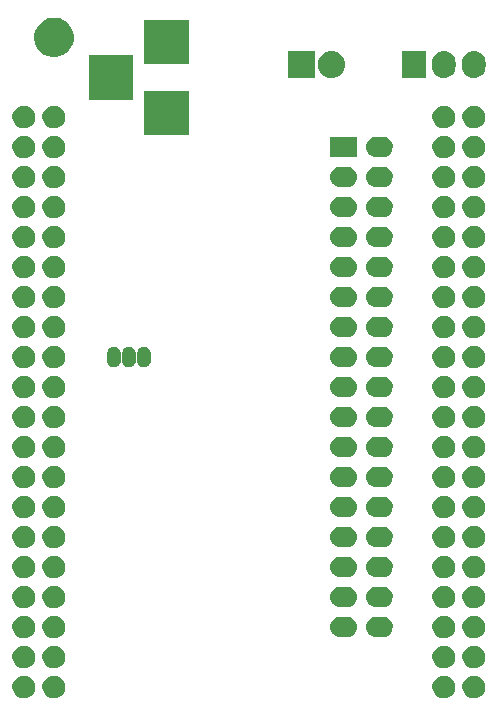
<source format=gts>
G04 #@! TF.FileFunction,Soldermask,Top*
%FSLAX46Y46*%
G04 Gerber Fmt 4.6, Leading zero omitted, Abs format (unit mm)*
G04 Created by KiCad (PCBNEW Rev-6964-Dev Build) date Thu Sep  1 14:59:03 2016*
%MOMM*%
%LPD*%
G01*
G04 APERTURE LIST*
%ADD10C,0.100000*%
G04 APERTURE END LIST*
D10*
G36*
X76301383Y-98095441D02*
X76486795Y-98133501D01*
X76661297Y-98206855D01*
X76818221Y-98312702D01*
X76951598Y-98447012D01*
X77056345Y-98604671D01*
X77128477Y-98779674D01*
X77165174Y-98965008D01*
X77165174Y-98965018D01*
X77165241Y-98965357D01*
X77162222Y-99181557D01*
X77162146Y-99181891D01*
X77162146Y-99181904D01*
X77120288Y-99366142D01*
X77043300Y-99539059D01*
X76934188Y-99693735D01*
X76797113Y-99824270D01*
X76637294Y-99925694D01*
X76460816Y-99994145D01*
X76274410Y-100027014D01*
X76085162Y-100023049D01*
X75900293Y-99982404D01*
X75726836Y-99906622D01*
X75571408Y-99798597D01*
X75439919Y-99662436D01*
X75337381Y-99503328D01*
X75267698Y-99327330D01*
X75233529Y-99141158D01*
X75236171Y-98951891D01*
X75275527Y-98766739D01*
X75350093Y-98592761D01*
X75457035Y-98436578D01*
X75592273Y-98304142D01*
X75750663Y-98200496D01*
X75926166Y-98129587D01*
X76112096Y-98094120D01*
X76301383Y-98095441D01*
X76301383Y-98095441D01*
G37*
G36*
X78841383Y-98095441D02*
X79026795Y-98133501D01*
X79201297Y-98206855D01*
X79358221Y-98312702D01*
X79491598Y-98447012D01*
X79596345Y-98604671D01*
X79668477Y-98779674D01*
X79705174Y-98965008D01*
X79705174Y-98965018D01*
X79705241Y-98965357D01*
X79702222Y-99181557D01*
X79702146Y-99181891D01*
X79702146Y-99181904D01*
X79660288Y-99366142D01*
X79583300Y-99539059D01*
X79474188Y-99693735D01*
X79337113Y-99824270D01*
X79177294Y-99925694D01*
X79000816Y-99994145D01*
X78814410Y-100027014D01*
X78625162Y-100023049D01*
X78440293Y-99982404D01*
X78266836Y-99906622D01*
X78111408Y-99798597D01*
X77979919Y-99662436D01*
X77877381Y-99503328D01*
X77807698Y-99327330D01*
X77773529Y-99141158D01*
X77776171Y-98951891D01*
X77815527Y-98766739D01*
X77890093Y-98592761D01*
X77997035Y-98436578D01*
X78132273Y-98304142D01*
X78290663Y-98200496D01*
X78466166Y-98129587D01*
X78652096Y-98094120D01*
X78841383Y-98095441D01*
X78841383Y-98095441D01*
G37*
G36*
X111861383Y-98095441D02*
X112046795Y-98133501D01*
X112221297Y-98206855D01*
X112378221Y-98312702D01*
X112511598Y-98447012D01*
X112616345Y-98604671D01*
X112688477Y-98779674D01*
X112725174Y-98965008D01*
X112725174Y-98965018D01*
X112725241Y-98965357D01*
X112722222Y-99181557D01*
X112722146Y-99181891D01*
X112722146Y-99181904D01*
X112680288Y-99366142D01*
X112603300Y-99539059D01*
X112494188Y-99693735D01*
X112357113Y-99824270D01*
X112197294Y-99925694D01*
X112020816Y-99994145D01*
X111834410Y-100027014D01*
X111645162Y-100023049D01*
X111460293Y-99982404D01*
X111286836Y-99906622D01*
X111131408Y-99798597D01*
X110999919Y-99662436D01*
X110897381Y-99503328D01*
X110827698Y-99327330D01*
X110793529Y-99141158D01*
X110796171Y-98951891D01*
X110835527Y-98766739D01*
X110910093Y-98592761D01*
X111017035Y-98436578D01*
X111152273Y-98304142D01*
X111310663Y-98200496D01*
X111486166Y-98129587D01*
X111672096Y-98094120D01*
X111861383Y-98095441D01*
X111861383Y-98095441D01*
G37*
G36*
X114401383Y-98095441D02*
X114586795Y-98133501D01*
X114761297Y-98206855D01*
X114918221Y-98312702D01*
X115051598Y-98447012D01*
X115156345Y-98604671D01*
X115228477Y-98779674D01*
X115265174Y-98965008D01*
X115265174Y-98965018D01*
X115265241Y-98965357D01*
X115262222Y-99181557D01*
X115262146Y-99181891D01*
X115262146Y-99181904D01*
X115220288Y-99366142D01*
X115143300Y-99539059D01*
X115034188Y-99693735D01*
X114897113Y-99824270D01*
X114737294Y-99925694D01*
X114560816Y-99994145D01*
X114374410Y-100027014D01*
X114185162Y-100023049D01*
X114000293Y-99982404D01*
X113826836Y-99906622D01*
X113671408Y-99798597D01*
X113539919Y-99662436D01*
X113437381Y-99503328D01*
X113367698Y-99327330D01*
X113333529Y-99141158D01*
X113336171Y-98951891D01*
X113375527Y-98766739D01*
X113450093Y-98592761D01*
X113557035Y-98436578D01*
X113692273Y-98304142D01*
X113850663Y-98200496D01*
X114026166Y-98129587D01*
X114212096Y-98094120D01*
X114401383Y-98095441D01*
X114401383Y-98095441D01*
G37*
G36*
X76301383Y-95555441D02*
X76486795Y-95593501D01*
X76661297Y-95666855D01*
X76818221Y-95772702D01*
X76951598Y-95907012D01*
X77056345Y-96064671D01*
X77128477Y-96239674D01*
X77165174Y-96425008D01*
X77165174Y-96425018D01*
X77165241Y-96425357D01*
X77162222Y-96641557D01*
X77162146Y-96641891D01*
X77162146Y-96641904D01*
X77120288Y-96826142D01*
X77043300Y-96999059D01*
X76934188Y-97153735D01*
X76797113Y-97284270D01*
X76637294Y-97385694D01*
X76460816Y-97454145D01*
X76274410Y-97487014D01*
X76085162Y-97483049D01*
X75900293Y-97442404D01*
X75726836Y-97366622D01*
X75571408Y-97258597D01*
X75439919Y-97122436D01*
X75337381Y-96963328D01*
X75267698Y-96787330D01*
X75233529Y-96601158D01*
X75236171Y-96411891D01*
X75275527Y-96226739D01*
X75350093Y-96052761D01*
X75457035Y-95896578D01*
X75592273Y-95764142D01*
X75750663Y-95660496D01*
X75926166Y-95589587D01*
X76112096Y-95554120D01*
X76301383Y-95555441D01*
X76301383Y-95555441D01*
G37*
G36*
X78841383Y-95555441D02*
X79026795Y-95593501D01*
X79201297Y-95666855D01*
X79358221Y-95772702D01*
X79491598Y-95907012D01*
X79596345Y-96064671D01*
X79668477Y-96239674D01*
X79705174Y-96425008D01*
X79705174Y-96425018D01*
X79705241Y-96425357D01*
X79702222Y-96641557D01*
X79702146Y-96641891D01*
X79702146Y-96641904D01*
X79660288Y-96826142D01*
X79583300Y-96999059D01*
X79474188Y-97153735D01*
X79337113Y-97284270D01*
X79177294Y-97385694D01*
X79000816Y-97454145D01*
X78814410Y-97487014D01*
X78625162Y-97483049D01*
X78440293Y-97442404D01*
X78266836Y-97366622D01*
X78111408Y-97258597D01*
X77979919Y-97122436D01*
X77877381Y-96963328D01*
X77807698Y-96787330D01*
X77773529Y-96601158D01*
X77776171Y-96411891D01*
X77815527Y-96226739D01*
X77890093Y-96052761D01*
X77997035Y-95896578D01*
X78132273Y-95764142D01*
X78290663Y-95660496D01*
X78466166Y-95589587D01*
X78652096Y-95554120D01*
X78841383Y-95555441D01*
X78841383Y-95555441D01*
G37*
G36*
X114401383Y-95555441D02*
X114586795Y-95593501D01*
X114761297Y-95666855D01*
X114918221Y-95772702D01*
X115051598Y-95907012D01*
X115156345Y-96064671D01*
X115228477Y-96239674D01*
X115265174Y-96425008D01*
X115265174Y-96425018D01*
X115265241Y-96425357D01*
X115262222Y-96641557D01*
X115262146Y-96641891D01*
X115262146Y-96641904D01*
X115220288Y-96826142D01*
X115143300Y-96999059D01*
X115034188Y-97153735D01*
X114897113Y-97284270D01*
X114737294Y-97385694D01*
X114560816Y-97454145D01*
X114374410Y-97487014D01*
X114185162Y-97483049D01*
X114000293Y-97442404D01*
X113826836Y-97366622D01*
X113671408Y-97258597D01*
X113539919Y-97122436D01*
X113437381Y-96963328D01*
X113367698Y-96787330D01*
X113333529Y-96601158D01*
X113336171Y-96411891D01*
X113375527Y-96226739D01*
X113450093Y-96052761D01*
X113557035Y-95896578D01*
X113692273Y-95764142D01*
X113850663Y-95660496D01*
X114026166Y-95589587D01*
X114212096Y-95554120D01*
X114401383Y-95555441D01*
X114401383Y-95555441D01*
G37*
G36*
X111861383Y-95555441D02*
X112046795Y-95593501D01*
X112221297Y-95666855D01*
X112378221Y-95772702D01*
X112511598Y-95907012D01*
X112616345Y-96064671D01*
X112688477Y-96239674D01*
X112725174Y-96425008D01*
X112725174Y-96425018D01*
X112725241Y-96425357D01*
X112722222Y-96641557D01*
X112722146Y-96641891D01*
X112722146Y-96641904D01*
X112680288Y-96826142D01*
X112603300Y-96999059D01*
X112494188Y-97153735D01*
X112357113Y-97284270D01*
X112197294Y-97385694D01*
X112020816Y-97454145D01*
X111834410Y-97487014D01*
X111645162Y-97483049D01*
X111460293Y-97442404D01*
X111286836Y-97366622D01*
X111131408Y-97258597D01*
X110999919Y-97122436D01*
X110897381Y-96963328D01*
X110827698Y-96787330D01*
X110793529Y-96601158D01*
X110796171Y-96411891D01*
X110835527Y-96226739D01*
X110910093Y-96052761D01*
X111017035Y-95896578D01*
X111152273Y-95764142D01*
X111310663Y-95660496D01*
X111486166Y-95589587D01*
X111672096Y-95554120D01*
X111861383Y-95555441D01*
X111861383Y-95555441D01*
G37*
G36*
X111861383Y-93015441D02*
X112046795Y-93053501D01*
X112221297Y-93126855D01*
X112378221Y-93232702D01*
X112511598Y-93367012D01*
X112616345Y-93524671D01*
X112688477Y-93699674D01*
X112725174Y-93885008D01*
X112725174Y-93885018D01*
X112725241Y-93885357D01*
X112722222Y-94101557D01*
X112722146Y-94101891D01*
X112722146Y-94101904D01*
X112680288Y-94286142D01*
X112603300Y-94459059D01*
X112494188Y-94613735D01*
X112357113Y-94744270D01*
X112197294Y-94845694D01*
X112020816Y-94914145D01*
X111834410Y-94947014D01*
X111645162Y-94943049D01*
X111460293Y-94902404D01*
X111286836Y-94826622D01*
X111131408Y-94718597D01*
X110999919Y-94582436D01*
X110897381Y-94423328D01*
X110827698Y-94247330D01*
X110793529Y-94061158D01*
X110796171Y-93871891D01*
X110835527Y-93686739D01*
X110910093Y-93512761D01*
X111017035Y-93356578D01*
X111152273Y-93224142D01*
X111310663Y-93120496D01*
X111486166Y-93049587D01*
X111672096Y-93014120D01*
X111861383Y-93015441D01*
X111861383Y-93015441D01*
G37*
G36*
X114401383Y-93015441D02*
X114586795Y-93053501D01*
X114761297Y-93126855D01*
X114918221Y-93232702D01*
X115051598Y-93367012D01*
X115156345Y-93524671D01*
X115228477Y-93699674D01*
X115265174Y-93885008D01*
X115265174Y-93885018D01*
X115265241Y-93885357D01*
X115262222Y-94101557D01*
X115262146Y-94101891D01*
X115262146Y-94101904D01*
X115220288Y-94286142D01*
X115143300Y-94459059D01*
X115034188Y-94613735D01*
X114897113Y-94744270D01*
X114737294Y-94845694D01*
X114560816Y-94914145D01*
X114374410Y-94947014D01*
X114185162Y-94943049D01*
X114000293Y-94902404D01*
X113826836Y-94826622D01*
X113671408Y-94718597D01*
X113539919Y-94582436D01*
X113437381Y-94423328D01*
X113367698Y-94247330D01*
X113333529Y-94061158D01*
X113336171Y-93871891D01*
X113375527Y-93686739D01*
X113450093Y-93512761D01*
X113557035Y-93356578D01*
X113692273Y-93224142D01*
X113850663Y-93120496D01*
X114026166Y-93049587D01*
X114212096Y-93014120D01*
X114401383Y-93015441D01*
X114401383Y-93015441D01*
G37*
G36*
X76301383Y-93015441D02*
X76486795Y-93053501D01*
X76661297Y-93126855D01*
X76818221Y-93232702D01*
X76951598Y-93367012D01*
X77056345Y-93524671D01*
X77128477Y-93699674D01*
X77165174Y-93885008D01*
X77165174Y-93885018D01*
X77165241Y-93885357D01*
X77162222Y-94101557D01*
X77162146Y-94101891D01*
X77162146Y-94101904D01*
X77120288Y-94286142D01*
X77043300Y-94459059D01*
X76934188Y-94613735D01*
X76797113Y-94744270D01*
X76637294Y-94845694D01*
X76460816Y-94914145D01*
X76274410Y-94947014D01*
X76085162Y-94943049D01*
X75900293Y-94902404D01*
X75726836Y-94826622D01*
X75571408Y-94718597D01*
X75439919Y-94582436D01*
X75337381Y-94423328D01*
X75267698Y-94247330D01*
X75233529Y-94061158D01*
X75236171Y-93871891D01*
X75275527Y-93686739D01*
X75350093Y-93512761D01*
X75457035Y-93356578D01*
X75592273Y-93224142D01*
X75750663Y-93120496D01*
X75926166Y-93049587D01*
X76112096Y-93014120D01*
X76301383Y-93015441D01*
X76301383Y-93015441D01*
G37*
G36*
X78841383Y-93015441D02*
X79026795Y-93053501D01*
X79201297Y-93126855D01*
X79358221Y-93232702D01*
X79491598Y-93367012D01*
X79596345Y-93524671D01*
X79668477Y-93699674D01*
X79705174Y-93885008D01*
X79705174Y-93885018D01*
X79705241Y-93885357D01*
X79702222Y-94101557D01*
X79702146Y-94101891D01*
X79702146Y-94101904D01*
X79660288Y-94286142D01*
X79583300Y-94459059D01*
X79474188Y-94613735D01*
X79337113Y-94744270D01*
X79177294Y-94845694D01*
X79000816Y-94914145D01*
X78814410Y-94947014D01*
X78625162Y-94943049D01*
X78440293Y-94902404D01*
X78266836Y-94826622D01*
X78111408Y-94718597D01*
X77979919Y-94582436D01*
X77877381Y-94423328D01*
X77807698Y-94247330D01*
X77773529Y-94061158D01*
X77776171Y-93871891D01*
X77815527Y-93686739D01*
X77890093Y-93512761D01*
X77997035Y-93356578D01*
X78132273Y-93224142D01*
X78290663Y-93120496D01*
X78466166Y-93049587D01*
X78652096Y-93014120D01*
X78841383Y-93015441D01*
X78841383Y-93015441D01*
G37*
G36*
X106555421Y-93103034D02*
X106562698Y-93103085D01*
X106732792Y-93122165D01*
X106895940Y-93173918D01*
X107045929Y-93256375D01*
X107177046Y-93366395D01*
X107284295Y-93499787D01*
X107363593Y-93651470D01*
X107411919Y-93815667D01*
X107411922Y-93815703D01*
X107411925Y-93815712D01*
X107427433Y-93986120D01*
X107409547Y-94156298D01*
X107409544Y-94156308D01*
X107409540Y-94156345D01*
X107358927Y-94319851D01*
X107277519Y-94470412D01*
X107168417Y-94602294D01*
X107035777Y-94710472D01*
X106884652Y-94790827D01*
X106720797Y-94840298D01*
X106550453Y-94857000D01*
X106039510Y-94857000D01*
X106034579Y-94856966D01*
X106027302Y-94856915D01*
X105857208Y-94837835D01*
X105694060Y-94786082D01*
X105544071Y-94703625D01*
X105412954Y-94593605D01*
X105305705Y-94460213D01*
X105226407Y-94308530D01*
X105178081Y-94144333D01*
X105178078Y-94144297D01*
X105178075Y-94144288D01*
X105162567Y-93973880D01*
X105180453Y-93803702D01*
X105180456Y-93803692D01*
X105180460Y-93803655D01*
X105231073Y-93640149D01*
X105312481Y-93489588D01*
X105421583Y-93357706D01*
X105554223Y-93249528D01*
X105705348Y-93169173D01*
X105869203Y-93119702D01*
X106039547Y-93103000D01*
X106550490Y-93103000D01*
X106555421Y-93103034D01*
X106555421Y-93103034D01*
G37*
G36*
X103515421Y-93103034D02*
X103522698Y-93103085D01*
X103692792Y-93122165D01*
X103855940Y-93173918D01*
X104005929Y-93256375D01*
X104137046Y-93366395D01*
X104244295Y-93499787D01*
X104323593Y-93651470D01*
X104371919Y-93815667D01*
X104371922Y-93815703D01*
X104371925Y-93815712D01*
X104387433Y-93986120D01*
X104369547Y-94156298D01*
X104369544Y-94156308D01*
X104369540Y-94156345D01*
X104318927Y-94319851D01*
X104237519Y-94470412D01*
X104128417Y-94602294D01*
X103995777Y-94710472D01*
X103844652Y-94790827D01*
X103680797Y-94840298D01*
X103510453Y-94857000D01*
X102999510Y-94857000D01*
X102994579Y-94856966D01*
X102987302Y-94856915D01*
X102817208Y-94837835D01*
X102654060Y-94786082D01*
X102504071Y-94703625D01*
X102372954Y-94593605D01*
X102265705Y-94460213D01*
X102186407Y-94308530D01*
X102138081Y-94144333D01*
X102138078Y-94144297D01*
X102138075Y-94144288D01*
X102122567Y-93973880D01*
X102140453Y-93803702D01*
X102140456Y-93803692D01*
X102140460Y-93803655D01*
X102191073Y-93640149D01*
X102272481Y-93489588D01*
X102381583Y-93357706D01*
X102514223Y-93249528D01*
X102665348Y-93169173D01*
X102829203Y-93119702D01*
X102999547Y-93103000D01*
X103510490Y-93103000D01*
X103515421Y-93103034D01*
X103515421Y-93103034D01*
G37*
G36*
X76301383Y-90475441D02*
X76486795Y-90513501D01*
X76661297Y-90586855D01*
X76818221Y-90692702D01*
X76951598Y-90827012D01*
X77056345Y-90984671D01*
X77128477Y-91159674D01*
X77165174Y-91345008D01*
X77165174Y-91345018D01*
X77165241Y-91345357D01*
X77162222Y-91561557D01*
X77162146Y-91561891D01*
X77162146Y-91561904D01*
X77120288Y-91746142D01*
X77043300Y-91919059D01*
X76934188Y-92073735D01*
X76797113Y-92204270D01*
X76637294Y-92305694D01*
X76460816Y-92374145D01*
X76274410Y-92407014D01*
X76085162Y-92403049D01*
X75900293Y-92362404D01*
X75726836Y-92286622D01*
X75571408Y-92178597D01*
X75439919Y-92042436D01*
X75337381Y-91883328D01*
X75267698Y-91707330D01*
X75233529Y-91521158D01*
X75236171Y-91331891D01*
X75275527Y-91146739D01*
X75350093Y-90972761D01*
X75457035Y-90816578D01*
X75592273Y-90684142D01*
X75750663Y-90580496D01*
X75926166Y-90509587D01*
X76112096Y-90474120D01*
X76301383Y-90475441D01*
X76301383Y-90475441D01*
G37*
G36*
X78841383Y-90475441D02*
X79026795Y-90513501D01*
X79201297Y-90586855D01*
X79358221Y-90692702D01*
X79491598Y-90827012D01*
X79596345Y-90984671D01*
X79668477Y-91159674D01*
X79705174Y-91345008D01*
X79705174Y-91345018D01*
X79705241Y-91345357D01*
X79702222Y-91561557D01*
X79702146Y-91561891D01*
X79702146Y-91561904D01*
X79660288Y-91746142D01*
X79583300Y-91919059D01*
X79474188Y-92073735D01*
X79337113Y-92204270D01*
X79177294Y-92305694D01*
X79000816Y-92374145D01*
X78814410Y-92407014D01*
X78625162Y-92403049D01*
X78440293Y-92362404D01*
X78266836Y-92286622D01*
X78111408Y-92178597D01*
X77979919Y-92042436D01*
X77877381Y-91883328D01*
X77807698Y-91707330D01*
X77773529Y-91521158D01*
X77776171Y-91331891D01*
X77815527Y-91146739D01*
X77890093Y-90972761D01*
X77997035Y-90816578D01*
X78132273Y-90684142D01*
X78290663Y-90580496D01*
X78466166Y-90509587D01*
X78652096Y-90474120D01*
X78841383Y-90475441D01*
X78841383Y-90475441D01*
G37*
G36*
X111861383Y-90475441D02*
X112046795Y-90513501D01*
X112221297Y-90586855D01*
X112378221Y-90692702D01*
X112511598Y-90827012D01*
X112616345Y-90984671D01*
X112688477Y-91159674D01*
X112725174Y-91345008D01*
X112725174Y-91345018D01*
X112725241Y-91345357D01*
X112722222Y-91561557D01*
X112722146Y-91561891D01*
X112722146Y-91561904D01*
X112680288Y-91746142D01*
X112603300Y-91919059D01*
X112494188Y-92073735D01*
X112357113Y-92204270D01*
X112197294Y-92305694D01*
X112020816Y-92374145D01*
X111834410Y-92407014D01*
X111645162Y-92403049D01*
X111460293Y-92362404D01*
X111286836Y-92286622D01*
X111131408Y-92178597D01*
X110999919Y-92042436D01*
X110897381Y-91883328D01*
X110827698Y-91707330D01*
X110793529Y-91521158D01*
X110796171Y-91331891D01*
X110835527Y-91146739D01*
X110910093Y-90972761D01*
X111017035Y-90816578D01*
X111152273Y-90684142D01*
X111310663Y-90580496D01*
X111486166Y-90509587D01*
X111672096Y-90474120D01*
X111861383Y-90475441D01*
X111861383Y-90475441D01*
G37*
G36*
X114401383Y-90475441D02*
X114586795Y-90513501D01*
X114761297Y-90586855D01*
X114918221Y-90692702D01*
X115051598Y-90827012D01*
X115156345Y-90984671D01*
X115228477Y-91159674D01*
X115265174Y-91345008D01*
X115265174Y-91345018D01*
X115265241Y-91345357D01*
X115262222Y-91561557D01*
X115262146Y-91561891D01*
X115262146Y-91561904D01*
X115220288Y-91746142D01*
X115143300Y-91919059D01*
X115034188Y-92073735D01*
X114897113Y-92204270D01*
X114737294Y-92305694D01*
X114560816Y-92374145D01*
X114374410Y-92407014D01*
X114185162Y-92403049D01*
X114000293Y-92362404D01*
X113826836Y-92286622D01*
X113671408Y-92178597D01*
X113539919Y-92042436D01*
X113437381Y-91883328D01*
X113367698Y-91707330D01*
X113333529Y-91521158D01*
X113336171Y-91331891D01*
X113375527Y-91146739D01*
X113450093Y-90972761D01*
X113557035Y-90816578D01*
X113692273Y-90684142D01*
X113850663Y-90580496D01*
X114026166Y-90509587D01*
X114212096Y-90474120D01*
X114401383Y-90475441D01*
X114401383Y-90475441D01*
G37*
G36*
X103515421Y-90563034D02*
X103522698Y-90563085D01*
X103692792Y-90582165D01*
X103855940Y-90633918D01*
X104005929Y-90716375D01*
X104137046Y-90826395D01*
X104244295Y-90959787D01*
X104323593Y-91111470D01*
X104371919Y-91275667D01*
X104371922Y-91275703D01*
X104371925Y-91275712D01*
X104387433Y-91446120D01*
X104369547Y-91616298D01*
X104369544Y-91616308D01*
X104369540Y-91616345D01*
X104318927Y-91779851D01*
X104237519Y-91930412D01*
X104128417Y-92062294D01*
X103995777Y-92170472D01*
X103844652Y-92250827D01*
X103680797Y-92300298D01*
X103510453Y-92317000D01*
X102999510Y-92317000D01*
X102994579Y-92316966D01*
X102987302Y-92316915D01*
X102817208Y-92297835D01*
X102654060Y-92246082D01*
X102504071Y-92163625D01*
X102372954Y-92053605D01*
X102265705Y-91920213D01*
X102186407Y-91768530D01*
X102138081Y-91604333D01*
X102138078Y-91604297D01*
X102138075Y-91604288D01*
X102122567Y-91433880D01*
X102140453Y-91263702D01*
X102140456Y-91263692D01*
X102140460Y-91263655D01*
X102191073Y-91100149D01*
X102272481Y-90949588D01*
X102381583Y-90817706D01*
X102514223Y-90709528D01*
X102665348Y-90629173D01*
X102829203Y-90579702D01*
X102999547Y-90563000D01*
X103510490Y-90563000D01*
X103515421Y-90563034D01*
X103515421Y-90563034D01*
G37*
G36*
X106555421Y-90563034D02*
X106562698Y-90563085D01*
X106732792Y-90582165D01*
X106895940Y-90633918D01*
X107045929Y-90716375D01*
X107177046Y-90826395D01*
X107284295Y-90959787D01*
X107363593Y-91111470D01*
X107411919Y-91275667D01*
X107411922Y-91275703D01*
X107411925Y-91275712D01*
X107427433Y-91446120D01*
X107409547Y-91616298D01*
X107409544Y-91616308D01*
X107409540Y-91616345D01*
X107358927Y-91779851D01*
X107277519Y-91930412D01*
X107168417Y-92062294D01*
X107035777Y-92170472D01*
X106884652Y-92250827D01*
X106720797Y-92300298D01*
X106550453Y-92317000D01*
X106039510Y-92317000D01*
X106034579Y-92316966D01*
X106027302Y-92316915D01*
X105857208Y-92297835D01*
X105694060Y-92246082D01*
X105544071Y-92163625D01*
X105412954Y-92053605D01*
X105305705Y-91920213D01*
X105226407Y-91768530D01*
X105178081Y-91604333D01*
X105178078Y-91604297D01*
X105178075Y-91604288D01*
X105162567Y-91433880D01*
X105180453Y-91263702D01*
X105180456Y-91263692D01*
X105180460Y-91263655D01*
X105231073Y-91100149D01*
X105312481Y-90949588D01*
X105421583Y-90817706D01*
X105554223Y-90709528D01*
X105705348Y-90629173D01*
X105869203Y-90579702D01*
X106039547Y-90563000D01*
X106550490Y-90563000D01*
X106555421Y-90563034D01*
X106555421Y-90563034D01*
G37*
G36*
X76301383Y-87935441D02*
X76486795Y-87973501D01*
X76661297Y-88046855D01*
X76818221Y-88152702D01*
X76951598Y-88287012D01*
X77056345Y-88444671D01*
X77128477Y-88619674D01*
X77165174Y-88805008D01*
X77165174Y-88805018D01*
X77165241Y-88805357D01*
X77162222Y-89021557D01*
X77162146Y-89021891D01*
X77162146Y-89021904D01*
X77120288Y-89206142D01*
X77043300Y-89379059D01*
X76934188Y-89533735D01*
X76797113Y-89664270D01*
X76637294Y-89765694D01*
X76460816Y-89834145D01*
X76274410Y-89867014D01*
X76085162Y-89863049D01*
X75900293Y-89822404D01*
X75726836Y-89746622D01*
X75571408Y-89638597D01*
X75439919Y-89502436D01*
X75337381Y-89343328D01*
X75267698Y-89167330D01*
X75233529Y-88981158D01*
X75236171Y-88791891D01*
X75275527Y-88606739D01*
X75350093Y-88432761D01*
X75457035Y-88276578D01*
X75592273Y-88144142D01*
X75750663Y-88040496D01*
X75926166Y-87969587D01*
X76112096Y-87934120D01*
X76301383Y-87935441D01*
X76301383Y-87935441D01*
G37*
G36*
X114401383Y-87935441D02*
X114586795Y-87973501D01*
X114761297Y-88046855D01*
X114918221Y-88152702D01*
X115051598Y-88287012D01*
X115156345Y-88444671D01*
X115228477Y-88619674D01*
X115265174Y-88805008D01*
X115265174Y-88805018D01*
X115265241Y-88805357D01*
X115262222Y-89021557D01*
X115262146Y-89021891D01*
X115262146Y-89021904D01*
X115220288Y-89206142D01*
X115143300Y-89379059D01*
X115034188Y-89533735D01*
X114897113Y-89664270D01*
X114737294Y-89765694D01*
X114560816Y-89834145D01*
X114374410Y-89867014D01*
X114185162Y-89863049D01*
X114000293Y-89822404D01*
X113826836Y-89746622D01*
X113671408Y-89638597D01*
X113539919Y-89502436D01*
X113437381Y-89343328D01*
X113367698Y-89167330D01*
X113333529Y-88981158D01*
X113336171Y-88791891D01*
X113375527Y-88606739D01*
X113450093Y-88432761D01*
X113557035Y-88276578D01*
X113692273Y-88144142D01*
X113850663Y-88040496D01*
X114026166Y-87969587D01*
X114212096Y-87934120D01*
X114401383Y-87935441D01*
X114401383Y-87935441D01*
G37*
G36*
X111861383Y-87935441D02*
X112046795Y-87973501D01*
X112221297Y-88046855D01*
X112378221Y-88152702D01*
X112511598Y-88287012D01*
X112616345Y-88444671D01*
X112688477Y-88619674D01*
X112725174Y-88805008D01*
X112725174Y-88805018D01*
X112725241Y-88805357D01*
X112722222Y-89021557D01*
X112722146Y-89021891D01*
X112722146Y-89021904D01*
X112680288Y-89206142D01*
X112603300Y-89379059D01*
X112494188Y-89533735D01*
X112357113Y-89664270D01*
X112197294Y-89765694D01*
X112020816Y-89834145D01*
X111834410Y-89867014D01*
X111645162Y-89863049D01*
X111460293Y-89822404D01*
X111286836Y-89746622D01*
X111131408Y-89638597D01*
X110999919Y-89502436D01*
X110897381Y-89343328D01*
X110827698Y-89167330D01*
X110793529Y-88981158D01*
X110796171Y-88791891D01*
X110835527Y-88606739D01*
X110910093Y-88432761D01*
X111017035Y-88276578D01*
X111152273Y-88144142D01*
X111310663Y-88040496D01*
X111486166Y-87969587D01*
X111672096Y-87934120D01*
X111861383Y-87935441D01*
X111861383Y-87935441D01*
G37*
G36*
X78841383Y-87935441D02*
X79026795Y-87973501D01*
X79201297Y-88046855D01*
X79358221Y-88152702D01*
X79491598Y-88287012D01*
X79596345Y-88444671D01*
X79668477Y-88619674D01*
X79705174Y-88805008D01*
X79705174Y-88805018D01*
X79705241Y-88805357D01*
X79702222Y-89021557D01*
X79702146Y-89021891D01*
X79702146Y-89021904D01*
X79660288Y-89206142D01*
X79583300Y-89379059D01*
X79474188Y-89533735D01*
X79337113Y-89664270D01*
X79177294Y-89765694D01*
X79000816Y-89834145D01*
X78814410Y-89867014D01*
X78625162Y-89863049D01*
X78440293Y-89822404D01*
X78266836Y-89746622D01*
X78111408Y-89638597D01*
X77979919Y-89502436D01*
X77877381Y-89343328D01*
X77807698Y-89167330D01*
X77773529Y-88981158D01*
X77776171Y-88791891D01*
X77815527Y-88606739D01*
X77890093Y-88432761D01*
X77997035Y-88276578D01*
X78132273Y-88144142D01*
X78290663Y-88040496D01*
X78466166Y-87969587D01*
X78652096Y-87934120D01*
X78841383Y-87935441D01*
X78841383Y-87935441D01*
G37*
G36*
X106555421Y-88023034D02*
X106562698Y-88023085D01*
X106732792Y-88042165D01*
X106895940Y-88093918D01*
X107045929Y-88176375D01*
X107177046Y-88286395D01*
X107284295Y-88419787D01*
X107363593Y-88571470D01*
X107411919Y-88735667D01*
X107411922Y-88735703D01*
X107411925Y-88735712D01*
X107427433Y-88906120D01*
X107409547Y-89076298D01*
X107409544Y-89076308D01*
X107409540Y-89076345D01*
X107358927Y-89239851D01*
X107277519Y-89390412D01*
X107168417Y-89522294D01*
X107035777Y-89630472D01*
X106884652Y-89710827D01*
X106720797Y-89760298D01*
X106550453Y-89777000D01*
X106039510Y-89777000D01*
X106034579Y-89776966D01*
X106027302Y-89776915D01*
X105857208Y-89757835D01*
X105694060Y-89706082D01*
X105544071Y-89623625D01*
X105412954Y-89513605D01*
X105305705Y-89380213D01*
X105226407Y-89228530D01*
X105178081Y-89064333D01*
X105178078Y-89064297D01*
X105178075Y-89064288D01*
X105162567Y-88893880D01*
X105180453Y-88723702D01*
X105180456Y-88723692D01*
X105180460Y-88723655D01*
X105231073Y-88560149D01*
X105312481Y-88409588D01*
X105421583Y-88277706D01*
X105554223Y-88169528D01*
X105705348Y-88089173D01*
X105869203Y-88039702D01*
X106039547Y-88023000D01*
X106550490Y-88023000D01*
X106555421Y-88023034D01*
X106555421Y-88023034D01*
G37*
G36*
X103515421Y-88023034D02*
X103522698Y-88023085D01*
X103692792Y-88042165D01*
X103855940Y-88093918D01*
X104005929Y-88176375D01*
X104137046Y-88286395D01*
X104244295Y-88419787D01*
X104323593Y-88571470D01*
X104371919Y-88735667D01*
X104371922Y-88735703D01*
X104371925Y-88735712D01*
X104387433Y-88906120D01*
X104369547Y-89076298D01*
X104369544Y-89076308D01*
X104369540Y-89076345D01*
X104318927Y-89239851D01*
X104237519Y-89390412D01*
X104128417Y-89522294D01*
X103995777Y-89630472D01*
X103844652Y-89710827D01*
X103680797Y-89760298D01*
X103510453Y-89777000D01*
X102999510Y-89777000D01*
X102994579Y-89776966D01*
X102987302Y-89776915D01*
X102817208Y-89757835D01*
X102654060Y-89706082D01*
X102504071Y-89623625D01*
X102372954Y-89513605D01*
X102265705Y-89380213D01*
X102186407Y-89228530D01*
X102138081Y-89064333D01*
X102138078Y-89064297D01*
X102138075Y-89064288D01*
X102122567Y-88893880D01*
X102140453Y-88723702D01*
X102140456Y-88723692D01*
X102140460Y-88723655D01*
X102191073Y-88560149D01*
X102272481Y-88409588D01*
X102381583Y-88277706D01*
X102514223Y-88169528D01*
X102665348Y-88089173D01*
X102829203Y-88039702D01*
X102999547Y-88023000D01*
X103510490Y-88023000D01*
X103515421Y-88023034D01*
X103515421Y-88023034D01*
G37*
G36*
X76301383Y-85395441D02*
X76486795Y-85433501D01*
X76661297Y-85506855D01*
X76818221Y-85612702D01*
X76951598Y-85747012D01*
X77056345Y-85904671D01*
X77128477Y-86079674D01*
X77165174Y-86265008D01*
X77165174Y-86265018D01*
X77165241Y-86265357D01*
X77162222Y-86481557D01*
X77162146Y-86481891D01*
X77162146Y-86481904D01*
X77120288Y-86666142D01*
X77043300Y-86839059D01*
X76934188Y-86993735D01*
X76797113Y-87124270D01*
X76637294Y-87225694D01*
X76460816Y-87294145D01*
X76274410Y-87327014D01*
X76085162Y-87323049D01*
X75900293Y-87282404D01*
X75726836Y-87206622D01*
X75571408Y-87098597D01*
X75439919Y-86962436D01*
X75337381Y-86803328D01*
X75267698Y-86627330D01*
X75233529Y-86441158D01*
X75236171Y-86251891D01*
X75275527Y-86066739D01*
X75350093Y-85892761D01*
X75457035Y-85736578D01*
X75592273Y-85604142D01*
X75750663Y-85500496D01*
X75926166Y-85429587D01*
X76112096Y-85394120D01*
X76301383Y-85395441D01*
X76301383Y-85395441D01*
G37*
G36*
X78841383Y-85395441D02*
X79026795Y-85433501D01*
X79201297Y-85506855D01*
X79358221Y-85612702D01*
X79491598Y-85747012D01*
X79596345Y-85904671D01*
X79668477Y-86079674D01*
X79705174Y-86265008D01*
X79705174Y-86265018D01*
X79705241Y-86265357D01*
X79702222Y-86481557D01*
X79702146Y-86481891D01*
X79702146Y-86481904D01*
X79660288Y-86666142D01*
X79583300Y-86839059D01*
X79474188Y-86993735D01*
X79337113Y-87124270D01*
X79177294Y-87225694D01*
X79000816Y-87294145D01*
X78814410Y-87327014D01*
X78625162Y-87323049D01*
X78440293Y-87282404D01*
X78266836Y-87206622D01*
X78111408Y-87098597D01*
X77979919Y-86962436D01*
X77877381Y-86803328D01*
X77807698Y-86627330D01*
X77773529Y-86441158D01*
X77776171Y-86251891D01*
X77815527Y-86066739D01*
X77890093Y-85892761D01*
X77997035Y-85736578D01*
X78132273Y-85604142D01*
X78290663Y-85500496D01*
X78466166Y-85429587D01*
X78652096Y-85394120D01*
X78841383Y-85395441D01*
X78841383Y-85395441D01*
G37*
G36*
X111861383Y-85395441D02*
X112046795Y-85433501D01*
X112221297Y-85506855D01*
X112378221Y-85612702D01*
X112511598Y-85747012D01*
X112616345Y-85904671D01*
X112688477Y-86079674D01*
X112725174Y-86265008D01*
X112725174Y-86265018D01*
X112725241Y-86265357D01*
X112722222Y-86481557D01*
X112722146Y-86481891D01*
X112722146Y-86481904D01*
X112680288Y-86666142D01*
X112603300Y-86839059D01*
X112494188Y-86993735D01*
X112357113Y-87124270D01*
X112197294Y-87225694D01*
X112020816Y-87294145D01*
X111834410Y-87327014D01*
X111645162Y-87323049D01*
X111460293Y-87282404D01*
X111286836Y-87206622D01*
X111131408Y-87098597D01*
X110999919Y-86962436D01*
X110897381Y-86803328D01*
X110827698Y-86627330D01*
X110793529Y-86441158D01*
X110796171Y-86251891D01*
X110835527Y-86066739D01*
X110910093Y-85892761D01*
X111017035Y-85736578D01*
X111152273Y-85604142D01*
X111310663Y-85500496D01*
X111486166Y-85429587D01*
X111672096Y-85394120D01*
X111861383Y-85395441D01*
X111861383Y-85395441D01*
G37*
G36*
X114401383Y-85395441D02*
X114586795Y-85433501D01*
X114761297Y-85506855D01*
X114918221Y-85612702D01*
X115051598Y-85747012D01*
X115156345Y-85904671D01*
X115228477Y-86079674D01*
X115265174Y-86265008D01*
X115265174Y-86265018D01*
X115265241Y-86265357D01*
X115262222Y-86481557D01*
X115262146Y-86481891D01*
X115262146Y-86481904D01*
X115220288Y-86666142D01*
X115143300Y-86839059D01*
X115034188Y-86993735D01*
X114897113Y-87124270D01*
X114737294Y-87225694D01*
X114560816Y-87294145D01*
X114374410Y-87327014D01*
X114185162Y-87323049D01*
X114000293Y-87282404D01*
X113826836Y-87206622D01*
X113671408Y-87098597D01*
X113539919Y-86962436D01*
X113437381Y-86803328D01*
X113367698Y-86627330D01*
X113333529Y-86441158D01*
X113336171Y-86251891D01*
X113375527Y-86066739D01*
X113450093Y-85892761D01*
X113557035Y-85736578D01*
X113692273Y-85604142D01*
X113850663Y-85500496D01*
X114026166Y-85429587D01*
X114212096Y-85394120D01*
X114401383Y-85395441D01*
X114401383Y-85395441D01*
G37*
G36*
X103515421Y-85483034D02*
X103522698Y-85483085D01*
X103692792Y-85502165D01*
X103855940Y-85553918D01*
X104005929Y-85636375D01*
X104137046Y-85746395D01*
X104244295Y-85879787D01*
X104323593Y-86031470D01*
X104371919Y-86195667D01*
X104371922Y-86195703D01*
X104371925Y-86195712D01*
X104387433Y-86366120D01*
X104369547Y-86536298D01*
X104369544Y-86536308D01*
X104369540Y-86536345D01*
X104318927Y-86699851D01*
X104237519Y-86850412D01*
X104128417Y-86982294D01*
X103995777Y-87090472D01*
X103844652Y-87170827D01*
X103680797Y-87220298D01*
X103510453Y-87237000D01*
X102999510Y-87237000D01*
X102994579Y-87236966D01*
X102987302Y-87236915D01*
X102817208Y-87217835D01*
X102654060Y-87166082D01*
X102504071Y-87083625D01*
X102372954Y-86973605D01*
X102265705Y-86840213D01*
X102186407Y-86688530D01*
X102138081Y-86524333D01*
X102138078Y-86524297D01*
X102138075Y-86524288D01*
X102122567Y-86353880D01*
X102140453Y-86183702D01*
X102140456Y-86183692D01*
X102140460Y-86183655D01*
X102191073Y-86020149D01*
X102272481Y-85869588D01*
X102381583Y-85737706D01*
X102514223Y-85629528D01*
X102665348Y-85549173D01*
X102829203Y-85499702D01*
X102999547Y-85483000D01*
X103510490Y-85483000D01*
X103515421Y-85483034D01*
X103515421Y-85483034D01*
G37*
G36*
X106555421Y-85483034D02*
X106562698Y-85483085D01*
X106732792Y-85502165D01*
X106895940Y-85553918D01*
X107045929Y-85636375D01*
X107177046Y-85746395D01*
X107284295Y-85879787D01*
X107363593Y-86031470D01*
X107411919Y-86195667D01*
X107411922Y-86195703D01*
X107411925Y-86195712D01*
X107427433Y-86366120D01*
X107409547Y-86536298D01*
X107409544Y-86536308D01*
X107409540Y-86536345D01*
X107358927Y-86699851D01*
X107277519Y-86850412D01*
X107168417Y-86982294D01*
X107035777Y-87090472D01*
X106884652Y-87170827D01*
X106720797Y-87220298D01*
X106550453Y-87237000D01*
X106039510Y-87237000D01*
X106034579Y-87236966D01*
X106027302Y-87236915D01*
X105857208Y-87217835D01*
X105694060Y-87166082D01*
X105544071Y-87083625D01*
X105412954Y-86973605D01*
X105305705Y-86840213D01*
X105226407Y-86688530D01*
X105178081Y-86524333D01*
X105178078Y-86524297D01*
X105178075Y-86524288D01*
X105162567Y-86353880D01*
X105180453Y-86183702D01*
X105180456Y-86183692D01*
X105180460Y-86183655D01*
X105231073Y-86020149D01*
X105312481Y-85869588D01*
X105421583Y-85737706D01*
X105554223Y-85629528D01*
X105705348Y-85549173D01*
X105869203Y-85499702D01*
X106039547Y-85483000D01*
X106550490Y-85483000D01*
X106555421Y-85483034D01*
X106555421Y-85483034D01*
G37*
G36*
X114401383Y-82855441D02*
X114586795Y-82893501D01*
X114761297Y-82966855D01*
X114918221Y-83072702D01*
X115051598Y-83207012D01*
X115156345Y-83364671D01*
X115228477Y-83539674D01*
X115265174Y-83725008D01*
X115265174Y-83725018D01*
X115265241Y-83725357D01*
X115262222Y-83941557D01*
X115262146Y-83941891D01*
X115262146Y-83941904D01*
X115220288Y-84126142D01*
X115143300Y-84299059D01*
X115034188Y-84453735D01*
X114897113Y-84584270D01*
X114737294Y-84685694D01*
X114560816Y-84754145D01*
X114374410Y-84787014D01*
X114185162Y-84783049D01*
X114000293Y-84742404D01*
X113826836Y-84666622D01*
X113671408Y-84558597D01*
X113539919Y-84422436D01*
X113437381Y-84263328D01*
X113367698Y-84087330D01*
X113333529Y-83901158D01*
X113336171Y-83711891D01*
X113375527Y-83526739D01*
X113450093Y-83352761D01*
X113557035Y-83196578D01*
X113692273Y-83064142D01*
X113850663Y-82960496D01*
X114026166Y-82889587D01*
X114212096Y-82854120D01*
X114401383Y-82855441D01*
X114401383Y-82855441D01*
G37*
G36*
X78841383Y-82855441D02*
X79026795Y-82893501D01*
X79201297Y-82966855D01*
X79358221Y-83072702D01*
X79491598Y-83207012D01*
X79596345Y-83364671D01*
X79668477Y-83539674D01*
X79705174Y-83725008D01*
X79705174Y-83725018D01*
X79705241Y-83725357D01*
X79702222Y-83941557D01*
X79702146Y-83941891D01*
X79702146Y-83941904D01*
X79660288Y-84126142D01*
X79583300Y-84299059D01*
X79474188Y-84453735D01*
X79337113Y-84584270D01*
X79177294Y-84685694D01*
X79000816Y-84754145D01*
X78814410Y-84787014D01*
X78625162Y-84783049D01*
X78440293Y-84742404D01*
X78266836Y-84666622D01*
X78111408Y-84558597D01*
X77979919Y-84422436D01*
X77877381Y-84263328D01*
X77807698Y-84087330D01*
X77773529Y-83901158D01*
X77776171Y-83711891D01*
X77815527Y-83526739D01*
X77890093Y-83352761D01*
X77997035Y-83196578D01*
X78132273Y-83064142D01*
X78290663Y-82960496D01*
X78466166Y-82889587D01*
X78652096Y-82854120D01*
X78841383Y-82855441D01*
X78841383Y-82855441D01*
G37*
G36*
X76301383Y-82855441D02*
X76486795Y-82893501D01*
X76661297Y-82966855D01*
X76818221Y-83072702D01*
X76951598Y-83207012D01*
X77056345Y-83364671D01*
X77128477Y-83539674D01*
X77165174Y-83725008D01*
X77165174Y-83725018D01*
X77165241Y-83725357D01*
X77162222Y-83941557D01*
X77162146Y-83941891D01*
X77162146Y-83941904D01*
X77120288Y-84126142D01*
X77043300Y-84299059D01*
X76934188Y-84453735D01*
X76797113Y-84584270D01*
X76637294Y-84685694D01*
X76460816Y-84754145D01*
X76274410Y-84787014D01*
X76085162Y-84783049D01*
X75900293Y-84742404D01*
X75726836Y-84666622D01*
X75571408Y-84558597D01*
X75439919Y-84422436D01*
X75337381Y-84263328D01*
X75267698Y-84087330D01*
X75233529Y-83901158D01*
X75236171Y-83711891D01*
X75275527Y-83526739D01*
X75350093Y-83352761D01*
X75457035Y-83196578D01*
X75592273Y-83064142D01*
X75750663Y-82960496D01*
X75926166Y-82889587D01*
X76112096Y-82854120D01*
X76301383Y-82855441D01*
X76301383Y-82855441D01*
G37*
G36*
X111861383Y-82855441D02*
X112046795Y-82893501D01*
X112221297Y-82966855D01*
X112378221Y-83072702D01*
X112511598Y-83207012D01*
X112616345Y-83364671D01*
X112688477Y-83539674D01*
X112725174Y-83725008D01*
X112725174Y-83725018D01*
X112725241Y-83725357D01*
X112722222Y-83941557D01*
X112722146Y-83941891D01*
X112722146Y-83941904D01*
X112680288Y-84126142D01*
X112603300Y-84299059D01*
X112494188Y-84453735D01*
X112357113Y-84584270D01*
X112197294Y-84685694D01*
X112020816Y-84754145D01*
X111834410Y-84787014D01*
X111645162Y-84783049D01*
X111460293Y-84742404D01*
X111286836Y-84666622D01*
X111131408Y-84558597D01*
X110999919Y-84422436D01*
X110897381Y-84263328D01*
X110827698Y-84087330D01*
X110793529Y-83901158D01*
X110796171Y-83711891D01*
X110835527Y-83526739D01*
X110910093Y-83352761D01*
X111017035Y-83196578D01*
X111152273Y-83064142D01*
X111310663Y-82960496D01*
X111486166Y-82889587D01*
X111672096Y-82854120D01*
X111861383Y-82855441D01*
X111861383Y-82855441D01*
G37*
G36*
X106555421Y-82943034D02*
X106562698Y-82943085D01*
X106732792Y-82962165D01*
X106895940Y-83013918D01*
X107045929Y-83096375D01*
X107177046Y-83206395D01*
X107284295Y-83339787D01*
X107363593Y-83491470D01*
X107411919Y-83655667D01*
X107411922Y-83655703D01*
X107411925Y-83655712D01*
X107427433Y-83826120D01*
X107409547Y-83996298D01*
X107409544Y-83996308D01*
X107409540Y-83996345D01*
X107358927Y-84159851D01*
X107277519Y-84310412D01*
X107168417Y-84442294D01*
X107035777Y-84550472D01*
X106884652Y-84630827D01*
X106720797Y-84680298D01*
X106550453Y-84697000D01*
X106039510Y-84697000D01*
X106034579Y-84696966D01*
X106027302Y-84696915D01*
X105857208Y-84677835D01*
X105694060Y-84626082D01*
X105544071Y-84543625D01*
X105412954Y-84433605D01*
X105305705Y-84300213D01*
X105226407Y-84148530D01*
X105178081Y-83984333D01*
X105178078Y-83984297D01*
X105178075Y-83984288D01*
X105162567Y-83813880D01*
X105180453Y-83643702D01*
X105180456Y-83643692D01*
X105180460Y-83643655D01*
X105231073Y-83480149D01*
X105312481Y-83329588D01*
X105421583Y-83197706D01*
X105554223Y-83089528D01*
X105705348Y-83009173D01*
X105869203Y-82959702D01*
X106039547Y-82943000D01*
X106550490Y-82943000D01*
X106555421Y-82943034D01*
X106555421Y-82943034D01*
G37*
G36*
X103515421Y-82943034D02*
X103522698Y-82943085D01*
X103692792Y-82962165D01*
X103855940Y-83013918D01*
X104005929Y-83096375D01*
X104137046Y-83206395D01*
X104244295Y-83339787D01*
X104323593Y-83491470D01*
X104371919Y-83655667D01*
X104371922Y-83655703D01*
X104371925Y-83655712D01*
X104387433Y-83826120D01*
X104369547Y-83996298D01*
X104369544Y-83996308D01*
X104369540Y-83996345D01*
X104318927Y-84159851D01*
X104237519Y-84310412D01*
X104128417Y-84442294D01*
X103995777Y-84550472D01*
X103844652Y-84630827D01*
X103680797Y-84680298D01*
X103510453Y-84697000D01*
X102999510Y-84697000D01*
X102994579Y-84696966D01*
X102987302Y-84696915D01*
X102817208Y-84677835D01*
X102654060Y-84626082D01*
X102504071Y-84543625D01*
X102372954Y-84433605D01*
X102265705Y-84300213D01*
X102186407Y-84148530D01*
X102138081Y-83984333D01*
X102138078Y-83984297D01*
X102138075Y-83984288D01*
X102122567Y-83813880D01*
X102140453Y-83643702D01*
X102140456Y-83643692D01*
X102140460Y-83643655D01*
X102191073Y-83480149D01*
X102272481Y-83329588D01*
X102381583Y-83197706D01*
X102514223Y-83089528D01*
X102665348Y-83009173D01*
X102829203Y-82959702D01*
X102999547Y-82943000D01*
X103510490Y-82943000D01*
X103515421Y-82943034D01*
X103515421Y-82943034D01*
G37*
G36*
X111861383Y-80315441D02*
X112046795Y-80353501D01*
X112221297Y-80426855D01*
X112378221Y-80532702D01*
X112511598Y-80667012D01*
X112616345Y-80824671D01*
X112688477Y-80999674D01*
X112725174Y-81185008D01*
X112725174Y-81185018D01*
X112725241Y-81185357D01*
X112722222Y-81401557D01*
X112722146Y-81401891D01*
X112722146Y-81401904D01*
X112680288Y-81586142D01*
X112603300Y-81759059D01*
X112494188Y-81913735D01*
X112357113Y-82044270D01*
X112197294Y-82145694D01*
X112020816Y-82214145D01*
X111834410Y-82247014D01*
X111645162Y-82243049D01*
X111460293Y-82202404D01*
X111286836Y-82126622D01*
X111131408Y-82018597D01*
X110999919Y-81882436D01*
X110897381Y-81723328D01*
X110827698Y-81547330D01*
X110793529Y-81361158D01*
X110796171Y-81171891D01*
X110835527Y-80986739D01*
X110910093Y-80812761D01*
X111017035Y-80656578D01*
X111152273Y-80524142D01*
X111310663Y-80420496D01*
X111486166Y-80349587D01*
X111672096Y-80314120D01*
X111861383Y-80315441D01*
X111861383Y-80315441D01*
G37*
G36*
X76301383Y-80315441D02*
X76486795Y-80353501D01*
X76661297Y-80426855D01*
X76818221Y-80532702D01*
X76951598Y-80667012D01*
X77056345Y-80824671D01*
X77128477Y-80999674D01*
X77165174Y-81185008D01*
X77165174Y-81185018D01*
X77165241Y-81185357D01*
X77162222Y-81401557D01*
X77162146Y-81401891D01*
X77162146Y-81401904D01*
X77120288Y-81586142D01*
X77043300Y-81759059D01*
X76934188Y-81913735D01*
X76797113Y-82044270D01*
X76637294Y-82145694D01*
X76460816Y-82214145D01*
X76274410Y-82247014D01*
X76085162Y-82243049D01*
X75900293Y-82202404D01*
X75726836Y-82126622D01*
X75571408Y-82018597D01*
X75439919Y-81882436D01*
X75337381Y-81723328D01*
X75267698Y-81547330D01*
X75233529Y-81361158D01*
X75236171Y-81171891D01*
X75275527Y-80986739D01*
X75350093Y-80812761D01*
X75457035Y-80656578D01*
X75592273Y-80524142D01*
X75750663Y-80420496D01*
X75926166Y-80349587D01*
X76112096Y-80314120D01*
X76301383Y-80315441D01*
X76301383Y-80315441D01*
G37*
G36*
X78841383Y-80315441D02*
X79026795Y-80353501D01*
X79201297Y-80426855D01*
X79358221Y-80532702D01*
X79491598Y-80667012D01*
X79596345Y-80824671D01*
X79668477Y-80999674D01*
X79705174Y-81185008D01*
X79705174Y-81185018D01*
X79705241Y-81185357D01*
X79702222Y-81401557D01*
X79702146Y-81401891D01*
X79702146Y-81401904D01*
X79660288Y-81586142D01*
X79583300Y-81759059D01*
X79474188Y-81913735D01*
X79337113Y-82044270D01*
X79177294Y-82145694D01*
X79000816Y-82214145D01*
X78814410Y-82247014D01*
X78625162Y-82243049D01*
X78440293Y-82202404D01*
X78266836Y-82126622D01*
X78111408Y-82018597D01*
X77979919Y-81882436D01*
X77877381Y-81723328D01*
X77807698Y-81547330D01*
X77773529Y-81361158D01*
X77776171Y-81171891D01*
X77815527Y-80986739D01*
X77890093Y-80812761D01*
X77997035Y-80656578D01*
X78132273Y-80524142D01*
X78290663Y-80420496D01*
X78466166Y-80349587D01*
X78652096Y-80314120D01*
X78841383Y-80315441D01*
X78841383Y-80315441D01*
G37*
G36*
X114401383Y-80315441D02*
X114586795Y-80353501D01*
X114761297Y-80426855D01*
X114918221Y-80532702D01*
X115051598Y-80667012D01*
X115156345Y-80824671D01*
X115228477Y-80999674D01*
X115265174Y-81185008D01*
X115265174Y-81185018D01*
X115265241Y-81185357D01*
X115262222Y-81401557D01*
X115262146Y-81401891D01*
X115262146Y-81401904D01*
X115220288Y-81586142D01*
X115143300Y-81759059D01*
X115034188Y-81913735D01*
X114897113Y-82044270D01*
X114737294Y-82145694D01*
X114560816Y-82214145D01*
X114374410Y-82247014D01*
X114185162Y-82243049D01*
X114000293Y-82202404D01*
X113826836Y-82126622D01*
X113671408Y-82018597D01*
X113539919Y-81882436D01*
X113437381Y-81723328D01*
X113367698Y-81547330D01*
X113333529Y-81361158D01*
X113336171Y-81171891D01*
X113375527Y-80986739D01*
X113450093Y-80812761D01*
X113557035Y-80656578D01*
X113692273Y-80524142D01*
X113850663Y-80420496D01*
X114026166Y-80349587D01*
X114212096Y-80314120D01*
X114401383Y-80315441D01*
X114401383Y-80315441D01*
G37*
G36*
X103515421Y-80403034D02*
X103522698Y-80403085D01*
X103692792Y-80422165D01*
X103855940Y-80473918D01*
X104005929Y-80556375D01*
X104137046Y-80666395D01*
X104244295Y-80799787D01*
X104323593Y-80951470D01*
X104371919Y-81115667D01*
X104371922Y-81115703D01*
X104371925Y-81115712D01*
X104387433Y-81286120D01*
X104369547Y-81456298D01*
X104369544Y-81456308D01*
X104369540Y-81456345D01*
X104318927Y-81619851D01*
X104237519Y-81770412D01*
X104128417Y-81902294D01*
X103995777Y-82010472D01*
X103844652Y-82090827D01*
X103680797Y-82140298D01*
X103510453Y-82157000D01*
X102999510Y-82157000D01*
X102994579Y-82156966D01*
X102987302Y-82156915D01*
X102817208Y-82137835D01*
X102654060Y-82086082D01*
X102504071Y-82003625D01*
X102372954Y-81893605D01*
X102265705Y-81760213D01*
X102186407Y-81608530D01*
X102138081Y-81444333D01*
X102138078Y-81444297D01*
X102138075Y-81444288D01*
X102122567Y-81273880D01*
X102140453Y-81103702D01*
X102140456Y-81103692D01*
X102140460Y-81103655D01*
X102191073Y-80940149D01*
X102272481Y-80789588D01*
X102381583Y-80657706D01*
X102514223Y-80549528D01*
X102665348Y-80469173D01*
X102829203Y-80419702D01*
X102999547Y-80403000D01*
X103510490Y-80403000D01*
X103515421Y-80403034D01*
X103515421Y-80403034D01*
G37*
G36*
X106555421Y-80403034D02*
X106562698Y-80403085D01*
X106732792Y-80422165D01*
X106895940Y-80473918D01*
X107045929Y-80556375D01*
X107177046Y-80666395D01*
X107284295Y-80799787D01*
X107363593Y-80951470D01*
X107411919Y-81115667D01*
X107411922Y-81115703D01*
X107411925Y-81115712D01*
X107427433Y-81286120D01*
X107409547Y-81456298D01*
X107409544Y-81456308D01*
X107409540Y-81456345D01*
X107358927Y-81619851D01*
X107277519Y-81770412D01*
X107168417Y-81902294D01*
X107035777Y-82010472D01*
X106884652Y-82090827D01*
X106720797Y-82140298D01*
X106550453Y-82157000D01*
X106039510Y-82157000D01*
X106034579Y-82156966D01*
X106027302Y-82156915D01*
X105857208Y-82137835D01*
X105694060Y-82086082D01*
X105544071Y-82003625D01*
X105412954Y-81893605D01*
X105305705Y-81760213D01*
X105226407Y-81608530D01*
X105178081Y-81444333D01*
X105178078Y-81444297D01*
X105178075Y-81444288D01*
X105162567Y-81273880D01*
X105180453Y-81103702D01*
X105180456Y-81103692D01*
X105180460Y-81103655D01*
X105231073Y-80940149D01*
X105312481Y-80789588D01*
X105421583Y-80657706D01*
X105554223Y-80549528D01*
X105705348Y-80469173D01*
X105869203Y-80419702D01*
X106039547Y-80403000D01*
X106550490Y-80403000D01*
X106555421Y-80403034D01*
X106555421Y-80403034D01*
G37*
G36*
X114401383Y-77775441D02*
X114586795Y-77813501D01*
X114761297Y-77886855D01*
X114918221Y-77992702D01*
X115051598Y-78127012D01*
X115156345Y-78284671D01*
X115228477Y-78459674D01*
X115265174Y-78645008D01*
X115265174Y-78645018D01*
X115265241Y-78645357D01*
X115262222Y-78861557D01*
X115262146Y-78861891D01*
X115262146Y-78861904D01*
X115220288Y-79046142D01*
X115143300Y-79219059D01*
X115034188Y-79373735D01*
X114897113Y-79504270D01*
X114737294Y-79605694D01*
X114560816Y-79674145D01*
X114374410Y-79707014D01*
X114185162Y-79703049D01*
X114000293Y-79662404D01*
X113826836Y-79586622D01*
X113671408Y-79478597D01*
X113539919Y-79342436D01*
X113437381Y-79183328D01*
X113367698Y-79007330D01*
X113333529Y-78821158D01*
X113336171Y-78631891D01*
X113375527Y-78446739D01*
X113450093Y-78272761D01*
X113557035Y-78116578D01*
X113692273Y-77984142D01*
X113850663Y-77880496D01*
X114026166Y-77809587D01*
X114212096Y-77774120D01*
X114401383Y-77775441D01*
X114401383Y-77775441D01*
G37*
G36*
X76301383Y-77775441D02*
X76486795Y-77813501D01*
X76661297Y-77886855D01*
X76818221Y-77992702D01*
X76951598Y-78127012D01*
X77056345Y-78284671D01*
X77128477Y-78459674D01*
X77165174Y-78645008D01*
X77165174Y-78645018D01*
X77165241Y-78645357D01*
X77162222Y-78861557D01*
X77162146Y-78861891D01*
X77162146Y-78861904D01*
X77120288Y-79046142D01*
X77043300Y-79219059D01*
X76934188Y-79373735D01*
X76797113Y-79504270D01*
X76637294Y-79605694D01*
X76460816Y-79674145D01*
X76274410Y-79707014D01*
X76085162Y-79703049D01*
X75900293Y-79662404D01*
X75726836Y-79586622D01*
X75571408Y-79478597D01*
X75439919Y-79342436D01*
X75337381Y-79183328D01*
X75267698Y-79007330D01*
X75233529Y-78821158D01*
X75236171Y-78631891D01*
X75275527Y-78446739D01*
X75350093Y-78272761D01*
X75457035Y-78116578D01*
X75592273Y-77984142D01*
X75750663Y-77880496D01*
X75926166Y-77809587D01*
X76112096Y-77774120D01*
X76301383Y-77775441D01*
X76301383Y-77775441D01*
G37*
G36*
X78841383Y-77775441D02*
X79026795Y-77813501D01*
X79201297Y-77886855D01*
X79358221Y-77992702D01*
X79491598Y-78127012D01*
X79596345Y-78284671D01*
X79668477Y-78459674D01*
X79705174Y-78645008D01*
X79705174Y-78645018D01*
X79705241Y-78645357D01*
X79702222Y-78861557D01*
X79702146Y-78861891D01*
X79702146Y-78861904D01*
X79660288Y-79046142D01*
X79583300Y-79219059D01*
X79474188Y-79373735D01*
X79337113Y-79504270D01*
X79177294Y-79605694D01*
X79000816Y-79674145D01*
X78814410Y-79707014D01*
X78625162Y-79703049D01*
X78440293Y-79662404D01*
X78266836Y-79586622D01*
X78111408Y-79478597D01*
X77979919Y-79342436D01*
X77877381Y-79183328D01*
X77807698Y-79007330D01*
X77773529Y-78821158D01*
X77776171Y-78631891D01*
X77815527Y-78446739D01*
X77890093Y-78272761D01*
X77997035Y-78116578D01*
X78132273Y-77984142D01*
X78290663Y-77880496D01*
X78466166Y-77809587D01*
X78652096Y-77774120D01*
X78841383Y-77775441D01*
X78841383Y-77775441D01*
G37*
G36*
X111861383Y-77775441D02*
X112046795Y-77813501D01*
X112221297Y-77886855D01*
X112378221Y-77992702D01*
X112511598Y-78127012D01*
X112616345Y-78284671D01*
X112688477Y-78459674D01*
X112725174Y-78645008D01*
X112725174Y-78645018D01*
X112725241Y-78645357D01*
X112722222Y-78861557D01*
X112722146Y-78861891D01*
X112722146Y-78861904D01*
X112680288Y-79046142D01*
X112603300Y-79219059D01*
X112494188Y-79373735D01*
X112357113Y-79504270D01*
X112197294Y-79605694D01*
X112020816Y-79674145D01*
X111834410Y-79707014D01*
X111645162Y-79703049D01*
X111460293Y-79662404D01*
X111286836Y-79586622D01*
X111131408Y-79478597D01*
X110999919Y-79342436D01*
X110897381Y-79183328D01*
X110827698Y-79007330D01*
X110793529Y-78821158D01*
X110796171Y-78631891D01*
X110835527Y-78446739D01*
X110910093Y-78272761D01*
X111017035Y-78116578D01*
X111152273Y-77984142D01*
X111310663Y-77880496D01*
X111486166Y-77809587D01*
X111672096Y-77774120D01*
X111861383Y-77775441D01*
X111861383Y-77775441D01*
G37*
G36*
X103515421Y-77863034D02*
X103522698Y-77863085D01*
X103692792Y-77882165D01*
X103855940Y-77933918D01*
X104005929Y-78016375D01*
X104137046Y-78126395D01*
X104244295Y-78259787D01*
X104323593Y-78411470D01*
X104371919Y-78575667D01*
X104371922Y-78575703D01*
X104371925Y-78575712D01*
X104387433Y-78746120D01*
X104369547Y-78916298D01*
X104369544Y-78916308D01*
X104369540Y-78916345D01*
X104318927Y-79079851D01*
X104237519Y-79230412D01*
X104128417Y-79362294D01*
X103995777Y-79470472D01*
X103844652Y-79550827D01*
X103680797Y-79600298D01*
X103510453Y-79617000D01*
X102999510Y-79617000D01*
X102994579Y-79616966D01*
X102987302Y-79616915D01*
X102817208Y-79597835D01*
X102654060Y-79546082D01*
X102504071Y-79463625D01*
X102372954Y-79353605D01*
X102265705Y-79220213D01*
X102186407Y-79068530D01*
X102138081Y-78904333D01*
X102138078Y-78904297D01*
X102138075Y-78904288D01*
X102122567Y-78733880D01*
X102140453Y-78563702D01*
X102140456Y-78563692D01*
X102140460Y-78563655D01*
X102191073Y-78400149D01*
X102272481Y-78249588D01*
X102381583Y-78117706D01*
X102514223Y-78009528D01*
X102665348Y-77929173D01*
X102829203Y-77879702D01*
X102999547Y-77863000D01*
X103510490Y-77863000D01*
X103515421Y-77863034D01*
X103515421Y-77863034D01*
G37*
G36*
X106555421Y-77863034D02*
X106562698Y-77863085D01*
X106732792Y-77882165D01*
X106895940Y-77933918D01*
X107045929Y-78016375D01*
X107177046Y-78126395D01*
X107284295Y-78259787D01*
X107363593Y-78411470D01*
X107411919Y-78575667D01*
X107411922Y-78575703D01*
X107411925Y-78575712D01*
X107427433Y-78746120D01*
X107409547Y-78916298D01*
X107409544Y-78916308D01*
X107409540Y-78916345D01*
X107358927Y-79079851D01*
X107277519Y-79230412D01*
X107168417Y-79362294D01*
X107035777Y-79470472D01*
X106884652Y-79550827D01*
X106720797Y-79600298D01*
X106550453Y-79617000D01*
X106039510Y-79617000D01*
X106034579Y-79616966D01*
X106027302Y-79616915D01*
X105857208Y-79597835D01*
X105694060Y-79546082D01*
X105544071Y-79463625D01*
X105412954Y-79353605D01*
X105305705Y-79220213D01*
X105226407Y-79068530D01*
X105178081Y-78904333D01*
X105178078Y-78904297D01*
X105178075Y-78904288D01*
X105162567Y-78733880D01*
X105180453Y-78563702D01*
X105180456Y-78563692D01*
X105180460Y-78563655D01*
X105231073Y-78400149D01*
X105312481Y-78249588D01*
X105421583Y-78117706D01*
X105554223Y-78009528D01*
X105705348Y-77929173D01*
X105869203Y-77879702D01*
X106039547Y-77863000D01*
X106550490Y-77863000D01*
X106555421Y-77863034D01*
X106555421Y-77863034D01*
G37*
G36*
X78841383Y-75235441D02*
X79026795Y-75273501D01*
X79201297Y-75346855D01*
X79358221Y-75452702D01*
X79491598Y-75587012D01*
X79596345Y-75744671D01*
X79668477Y-75919674D01*
X79705174Y-76105008D01*
X79705174Y-76105018D01*
X79705241Y-76105357D01*
X79702222Y-76321557D01*
X79702146Y-76321891D01*
X79702146Y-76321904D01*
X79660288Y-76506142D01*
X79583300Y-76679059D01*
X79474188Y-76833735D01*
X79337113Y-76964270D01*
X79177294Y-77065694D01*
X79000816Y-77134145D01*
X78814410Y-77167014D01*
X78625162Y-77163049D01*
X78440293Y-77122404D01*
X78266836Y-77046622D01*
X78111408Y-76938597D01*
X77979919Y-76802436D01*
X77877381Y-76643328D01*
X77807698Y-76467330D01*
X77773529Y-76281158D01*
X77776171Y-76091891D01*
X77815527Y-75906739D01*
X77890093Y-75732761D01*
X77997035Y-75576578D01*
X78132273Y-75444142D01*
X78290663Y-75340496D01*
X78466166Y-75269587D01*
X78652096Y-75234120D01*
X78841383Y-75235441D01*
X78841383Y-75235441D01*
G37*
G36*
X111861383Y-75235441D02*
X112046795Y-75273501D01*
X112221297Y-75346855D01*
X112378221Y-75452702D01*
X112511598Y-75587012D01*
X112616345Y-75744671D01*
X112688477Y-75919674D01*
X112725174Y-76105008D01*
X112725174Y-76105018D01*
X112725241Y-76105357D01*
X112722222Y-76321557D01*
X112722146Y-76321891D01*
X112722146Y-76321904D01*
X112680288Y-76506142D01*
X112603300Y-76679059D01*
X112494188Y-76833735D01*
X112357113Y-76964270D01*
X112197294Y-77065694D01*
X112020816Y-77134145D01*
X111834410Y-77167014D01*
X111645162Y-77163049D01*
X111460293Y-77122404D01*
X111286836Y-77046622D01*
X111131408Y-76938597D01*
X110999919Y-76802436D01*
X110897381Y-76643328D01*
X110827698Y-76467330D01*
X110793529Y-76281158D01*
X110796171Y-76091891D01*
X110835527Y-75906739D01*
X110910093Y-75732761D01*
X111017035Y-75576578D01*
X111152273Y-75444142D01*
X111310663Y-75340496D01*
X111486166Y-75269587D01*
X111672096Y-75234120D01*
X111861383Y-75235441D01*
X111861383Y-75235441D01*
G37*
G36*
X114401383Y-75235441D02*
X114586795Y-75273501D01*
X114761297Y-75346855D01*
X114918221Y-75452702D01*
X115051598Y-75587012D01*
X115156345Y-75744671D01*
X115228477Y-75919674D01*
X115265174Y-76105008D01*
X115265174Y-76105018D01*
X115265241Y-76105357D01*
X115262222Y-76321557D01*
X115262146Y-76321891D01*
X115262146Y-76321904D01*
X115220288Y-76506142D01*
X115143300Y-76679059D01*
X115034188Y-76833735D01*
X114897113Y-76964270D01*
X114737294Y-77065694D01*
X114560816Y-77134145D01*
X114374410Y-77167014D01*
X114185162Y-77163049D01*
X114000293Y-77122404D01*
X113826836Y-77046622D01*
X113671408Y-76938597D01*
X113539919Y-76802436D01*
X113437381Y-76643328D01*
X113367698Y-76467330D01*
X113333529Y-76281158D01*
X113336171Y-76091891D01*
X113375527Y-75906739D01*
X113450093Y-75732761D01*
X113557035Y-75576578D01*
X113692273Y-75444142D01*
X113850663Y-75340496D01*
X114026166Y-75269587D01*
X114212096Y-75234120D01*
X114401383Y-75235441D01*
X114401383Y-75235441D01*
G37*
G36*
X76301383Y-75235441D02*
X76486795Y-75273501D01*
X76661297Y-75346855D01*
X76818221Y-75452702D01*
X76951598Y-75587012D01*
X77056345Y-75744671D01*
X77128477Y-75919674D01*
X77165174Y-76105008D01*
X77165174Y-76105018D01*
X77165241Y-76105357D01*
X77162222Y-76321557D01*
X77162146Y-76321891D01*
X77162146Y-76321904D01*
X77120288Y-76506142D01*
X77043300Y-76679059D01*
X76934188Y-76833735D01*
X76797113Y-76964270D01*
X76637294Y-77065694D01*
X76460816Y-77134145D01*
X76274410Y-77167014D01*
X76085162Y-77163049D01*
X75900293Y-77122404D01*
X75726836Y-77046622D01*
X75571408Y-76938597D01*
X75439919Y-76802436D01*
X75337381Y-76643328D01*
X75267698Y-76467330D01*
X75233529Y-76281158D01*
X75236171Y-76091891D01*
X75275527Y-75906739D01*
X75350093Y-75732761D01*
X75457035Y-75576578D01*
X75592273Y-75444142D01*
X75750663Y-75340496D01*
X75926166Y-75269587D01*
X76112096Y-75234120D01*
X76301383Y-75235441D01*
X76301383Y-75235441D01*
G37*
G36*
X103515421Y-75323034D02*
X103522698Y-75323085D01*
X103692792Y-75342165D01*
X103855940Y-75393918D01*
X104005929Y-75476375D01*
X104137046Y-75586395D01*
X104244295Y-75719787D01*
X104323593Y-75871470D01*
X104371919Y-76035667D01*
X104371922Y-76035703D01*
X104371925Y-76035712D01*
X104387433Y-76206120D01*
X104369547Y-76376298D01*
X104369544Y-76376308D01*
X104369540Y-76376345D01*
X104318927Y-76539851D01*
X104237519Y-76690412D01*
X104128417Y-76822294D01*
X103995777Y-76930472D01*
X103844652Y-77010827D01*
X103680797Y-77060298D01*
X103510453Y-77077000D01*
X102999510Y-77077000D01*
X102994579Y-77076966D01*
X102987302Y-77076915D01*
X102817208Y-77057835D01*
X102654060Y-77006082D01*
X102504071Y-76923625D01*
X102372954Y-76813605D01*
X102265705Y-76680213D01*
X102186407Y-76528530D01*
X102138081Y-76364333D01*
X102138078Y-76364297D01*
X102138075Y-76364288D01*
X102122567Y-76193880D01*
X102140453Y-76023702D01*
X102140456Y-76023692D01*
X102140460Y-76023655D01*
X102191073Y-75860149D01*
X102272481Y-75709588D01*
X102381583Y-75577706D01*
X102514223Y-75469528D01*
X102665348Y-75389173D01*
X102829203Y-75339702D01*
X102999547Y-75323000D01*
X103510490Y-75323000D01*
X103515421Y-75323034D01*
X103515421Y-75323034D01*
G37*
G36*
X106555421Y-75323034D02*
X106562698Y-75323085D01*
X106732792Y-75342165D01*
X106895940Y-75393918D01*
X107045929Y-75476375D01*
X107177046Y-75586395D01*
X107284295Y-75719787D01*
X107363593Y-75871470D01*
X107411919Y-76035667D01*
X107411922Y-76035703D01*
X107411925Y-76035712D01*
X107427433Y-76206120D01*
X107409547Y-76376298D01*
X107409544Y-76376308D01*
X107409540Y-76376345D01*
X107358927Y-76539851D01*
X107277519Y-76690412D01*
X107168417Y-76822294D01*
X107035777Y-76930472D01*
X106884652Y-77010827D01*
X106720797Y-77060298D01*
X106550453Y-77077000D01*
X106039510Y-77077000D01*
X106034579Y-77076966D01*
X106027302Y-77076915D01*
X105857208Y-77057835D01*
X105694060Y-77006082D01*
X105544071Y-76923625D01*
X105412954Y-76813605D01*
X105305705Y-76680213D01*
X105226407Y-76528530D01*
X105178081Y-76364333D01*
X105178078Y-76364297D01*
X105178075Y-76364288D01*
X105162567Y-76193880D01*
X105180453Y-76023702D01*
X105180456Y-76023692D01*
X105180460Y-76023655D01*
X105231073Y-75860149D01*
X105312481Y-75709588D01*
X105421583Y-75577706D01*
X105554223Y-75469528D01*
X105705348Y-75389173D01*
X105869203Y-75339702D01*
X106039547Y-75323000D01*
X106550490Y-75323000D01*
X106555421Y-75323034D01*
X106555421Y-75323034D01*
G37*
G36*
X114401383Y-72695441D02*
X114586795Y-72733501D01*
X114761297Y-72806855D01*
X114918221Y-72912702D01*
X115051598Y-73047012D01*
X115156345Y-73204671D01*
X115228477Y-73379674D01*
X115265174Y-73565008D01*
X115265174Y-73565018D01*
X115265241Y-73565357D01*
X115262222Y-73781557D01*
X115262146Y-73781891D01*
X115262146Y-73781904D01*
X115220288Y-73966142D01*
X115143300Y-74139059D01*
X115034188Y-74293735D01*
X114897113Y-74424270D01*
X114737294Y-74525694D01*
X114560816Y-74594145D01*
X114374410Y-74627014D01*
X114185162Y-74623049D01*
X114000293Y-74582404D01*
X113826836Y-74506622D01*
X113671408Y-74398597D01*
X113539919Y-74262436D01*
X113437381Y-74103328D01*
X113367698Y-73927330D01*
X113333529Y-73741158D01*
X113336171Y-73551891D01*
X113375527Y-73366739D01*
X113450093Y-73192761D01*
X113557035Y-73036578D01*
X113692273Y-72904142D01*
X113850663Y-72800496D01*
X114026166Y-72729587D01*
X114212096Y-72694120D01*
X114401383Y-72695441D01*
X114401383Y-72695441D01*
G37*
G36*
X111861383Y-72695441D02*
X112046795Y-72733501D01*
X112221297Y-72806855D01*
X112378221Y-72912702D01*
X112511598Y-73047012D01*
X112616345Y-73204671D01*
X112688477Y-73379674D01*
X112725174Y-73565008D01*
X112725174Y-73565018D01*
X112725241Y-73565357D01*
X112722222Y-73781557D01*
X112722146Y-73781891D01*
X112722146Y-73781904D01*
X112680288Y-73966142D01*
X112603300Y-74139059D01*
X112494188Y-74293735D01*
X112357113Y-74424270D01*
X112197294Y-74525694D01*
X112020816Y-74594145D01*
X111834410Y-74627014D01*
X111645162Y-74623049D01*
X111460293Y-74582404D01*
X111286836Y-74506622D01*
X111131408Y-74398597D01*
X110999919Y-74262436D01*
X110897381Y-74103328D01*
X110827698Y-73927330D01*
X110793529Y-73741158D01*
X110796171Y-73551891D01*
X110835527Y-73366739D01*
X110910093Y-73192761D01*
X111017035Y-73036578D01*
X111152273Y-72904142D01*
X111310663Y-72800496D01*
X111486166Y-72729587D01*
X111672096Y-72694120D01*
X111861383Y-72695441D01*
X111861383Y-72695441D01*
G37*
G36*
X78841383Y-72695441D02*
X79026795Y-72733501D01*
X79201297Y-72806855D01*
X79358221Y-72912702D01*
X79491598Y-73047012D01*
X79596345Y-73204671D01*
X79668477Y-73379674D01*
X79705174Y-73565008D01*
X79705174Y-73565018D01*
X79705241Y-73565357D01*
X79702222Y-73781557D01*
X79702146Y-73781891D01*
X79702146Y-73781904D01*
X79660288Y-73966142D01*
X79583300Y-74139059D01*
X79474188Y-74293735D01*
X79337113Y-74424270D01*
X79177294Y-74525694D01*
X79000816Y-74594145D01*
X78814410Y-74627014D01*
X78625162Y-74623049D01*
X78440293Y-74582404D01*
X78266836Y-74506622D01*
X78111408Y-74398597D01*
X77979919Y-74262436D01*
X77877381Y-74103328D01*
X77807698Y-73927330D01*
X77773529Y-73741158D01*
X77776171Y-73551891D01*
X77815527Y-73366739D01*
X77890093Y-73192761D01*
X77997035Y-73036578D01*
X78132273Y-72904142D01*
X78290663Y-72800496D01*
X78466166Y-72729587D01*
X78652096Y-72694120D01*
X78841383Y-72695441D01*
X78841383Y-72695441D01*
G37*
G36*
X76301383Y-72695441D02*
X76486795Y-72733501D01*
X76661297Y-72806855D01*
X76818221Y-72912702D01*
X76951598Y-73047012D01*
X77056345Y-73204671D01*
X77128477Y-73379674D01*
X77165174Y-73565008D01*
X77165174Y-73565018D01*
X77165241Y-73565357D01*
X77162222Y-73781557D01*
X77162146Y-73781891D01*
X77162146Y-73781904D01*
X77120288Y-73966142D01*
X77043300Y-74139059D01*
X76934188Y-74293735D01*
X76797113Y-74424270D01*
X76637294Y-74525694D01*
X76460816Y-74594145D01*
X76274410Y-74627014D01*
X76085162Y-74623049D01*
X75900293Y-74582404D01*
X75726836Y-74506622D01*
X75571408Y-74398597D01*
X75439919Y-74262436D01*
X75337381Y-74103328D01*
X75267698Y-73927330D01*
X75233529Y-73741158D01*
X75236171Y-73551891D01*
X75275527Y-73366739D01*
X75350093Y-73192761D01*
X75457035Y-73036578D01*
X75592273Y-72904142D01*
X75750663Y-72800496D01*
X75926166Y-72729587D01*
X76112096Y-72694120D01*
X76301383Y-72695441D01*
X76301383Y-72695441D01*
G37*
G36*
X106555421Y-72783034D02*
X106562698Y-72783085D01*
X106732792Y-72802165D01*
X106895940Y-72853918D01*
X107045929Y-72936375D01*
X107177046Y-73046395D01*
X107284295Y-73179787D01*
X107363593Y-73331470D01*
X107411919Y-73495667D01*
X107411922Y-73495703D01*
X107411925Y-73495712D01*
X107427433Y-73666120D01*
X107409547Y-73836298D01*
X107409544Y-73836308D01*
X107409540Y-73836345D01*
X107358927Y-73999851D01*
X107277519Y-74150412D01*
X107168417Y-74282294D01*
X107035777Y-74390472D01*
X106884652Y-74470827D01*
X106720797Y-74520298D01*
X106550453Y-74537000D01*
X106039510Y-74537000D01*
X106034579Y-74536966D01*
X106027302Y-74536915D01*
X105857208Y-74517835D01*
X105694060Y-74466082D01*
X105544071Y-74383625D01*
X105412954Y-74273605D01*
X105305705Y-74140213D01*
X105226407Y-73988530D01*
X105178081Y-73824333D01*
X105178078Y-73824297D01*
X105178075Y-73824288D01*
X105162567Y-73653880D01*
X105180453Y-73483702D01*
X105180456Y-73483692D01*
X105180460Y-73483655D01*
X105231073Y-73320149D01*
X105312481Y-73169588D01*
X105421583Y-73037706D01*
X105554223Y-72929528D01*
X105705348Y-72849173D01*
X105869203Y-72799702D01*
X106039547Y-72783000D01*
X106550490Y-72783000D01*
X106555421Y-72783034D01*
X106555421Y-72783034D01*
G37*
G36*
X103515421Y-72783034D02*
X103522698Y-72783085D01*
X103692792Y-72802165D01*
X103855940Y-72853918D01*
X104005929Y-72936375D01*
X104137046Y-73046395D01*
X104244295Y-73179787D01*
X104323593Y-73331470D01*
X104371919Y-73495667D01*
X104371922Y-73495703D01*
X104371925Y-73495712D01*
X104387433Y-73666120D01*
X104369547Y-73836298D01*
X104369544Y-73836308D01*
X104369540Y-73836345D01*
X104318927Y-73999851D01*
X104237519Y-74150412D01*
X104128417Y-74282294D01*
X103995777Y-74390472D01*
X103844652Y-74470827D01*
X103680797Y-74520298D01*
X103510453Y-74537000D01*
X102999510Y-74537000D01*
X102994579Y-74536966D01*
X102987302Y-74536915D01*
X102817208Y-74517835D01*
X102654060Y-74466082D01*
X102504071Y-74383625D01*
X102372954Y-74273605D01*
X102265705Y-74140213D01*
X102186407Y-73988530D01*
X102138081Y-73824333D01*
X102138078Y-73824297D01*
X102138075Y-73824288D01*
X102122567Y-73653880D01*
X102140453Y-73483702D01*
X102140456Y-73483692D01*
X102140460Y-73483655D01*
X102191073Y-73320149D01*
X102272481Y-73169588D01*
X102381583Y-73037706D01*
X102514223Y-72929528D01*
X102665348Y-72849173D01*
X102829203Y-72799702D01*
X102999547Y-72783000D01*
X103510490Y-72783000D01*
X103515421Y-72783034D01*
X103515421Y-72783034D01*
G37*
G36*
X76301383Y-70155441D02*
X76486795Y-70193501D01*
X76661297Y-70266855D01*
X76818221Y-70372702D01*
X76951598Y-70507012D01*
X77056345Y-70664671D01*
X77128477Y-70839674D01*
X77165174Y-71025008D01*
X77165174Y-71025018D01*
X77165241Y-71025357D01*
X77162222Y-71241557D01*
X77162146Y-71241891D01*
X77162146Y-71241904D01*
X77120288Y-71426142D01*
X77043300Y-71599059D01*
X76934188Y-71753735D01*
X76797113Y-71884270D01*
X76637294Y-71985694D01*
X76460816Y-72054145D01*
X76274410Y-72087014D01*
X76085162Y-72083049D01*
X75900293Y-72042404D01*
X75726836Y-71966622D01*
X75571408Y-71858597D01*
X75439919Y-71722436D01*
X75337381Y-71563328D01*
X75267698Y-71387330D01*
X75233529Y-71201158D01*
X75236171Y-71011891D01*
X75275527Y-70826739D01*
X75350093Y-70652761D01*
X75457035Y-70496578D01*
X75592273Y-70364142D01*
X75750663Y-70260496D01*
X75926166Y-70189587D01*
X76112096Y-70154120D01*
X76301383Y-70155441D01*
X76301383Y-70155441D01*
G37*
G36*
X111861383Y-70155441D02*
X112046795Y-70193501D01*
X112221297Y-70266855D01*
X112378221Y-70372702D01*
X112511598Y-70507012D01*
X112616345Y-70664671D01*
X112688477Y-70839674D01*
X112725174Y-71025008D01*
X112725174Y-71025018D01*
X112725241Y-71025357D01*
X112722222Y-71241557D01*
X112722146Y-71241891D01*
X112722146Y-71241904D01*
X112680288Y-71426142D01*
X112603300Y-71599059D01*
X112494188Y-71753735D01*
X112357113Y-71884270D01*
X112197294Y-71985694D01*
X112020816Y-72054145D01*
X111834410Y-72087014D01*
X111645162Y-72083049D01*
X111460293Y-72042404D01*
X111286836Y-71966622D01*
X111131408Y-71858597D01*
X110999919Y-71722436D01*
X110897381Y-71563328D01*
X110827698Y-71387330D01*
X110793529Y-71201158D01*
X110796171Y-71011891D01*
X110835527Y-70826739D01*
X110910093Y-70652761D01*
X111017035Y-70496578D01*
X111152273Y-70364142D01*
X111310663Y-70260496D01*
X111486166Y-70189587D01*
X111672096Y-70154120D01*
X111861383Y-70155441D01*
X111861383Y-70155441D01*
G37*
G36*
X114401383Y-70155441D02*
X114586795Y-70193501D01*
X114761297Y-70266855D01*
X114918221Y-70372702D01*
X115051598Y-70507012D01*
X115156345Y-70664671D01*
X115228477Y-70839674D01*
X115265174Y-71025008D01*
X115265174Y-71025018D01*
X115265241Y-71025357D01*
X115262222Y-71241557D01*
X115262146Y-71241891D01*
X115262146Y-71241904D01*
X115220288Y-71426142D01*
X115143300Y-71599059D01*
X115034188Y-71753735D01*
X114897113Y-71884270D01*
X114737294Y-71985694D01*
X114560816Y-72054145D01*
X114374410Y-72087014D01*
X114185162Y-72083049D01*
X114000293Y-72042404D01*
X113826836Y-71966622D01*
X113671408Y-71858597D01*
X113539919Y-71722436D01*
X113437381Y-71563328D01*
X113367698Y-71387330D01*
X113333529Y-71201158D01*
X113336171Y-71011891D01*
X113375527Y-70826739D01*
X113450093Y-70652761D01*
X113557035Y-70496578D01*
X113692273Y-70364142D01*
X113850663Y-70260496D01*
X114026166Y-70189587D01*
X114212096Y-70154120D01*
X114401383Y-70155441D01*
X114401383Y-70155441D01*
G37*
G36*
X78841383Y-70155441D02*
X79026795Y-70193501D01*
X79201297Y-70266855D01*
X79358221Y-70372702D01*
X79491598Y-70507012D01*
X79596345Y-70664671D01*
X79668477Y-70839674D01*
X79705174Y-71025008D01*
X79705174Y-71025018D01*
X79705241Y-71025357D01*
X79702222Y-71241557D01*
X79702146Y-71241891D01*
X79702146Y-71241904D01*
X79660288Y-71426142D01*
X79583300Y-71599059D01*
X79474188Y-71753735D01*
X79337113Y-71884270D01*
X79177294Y-71985694D01*
X79000816Y-72054145D01*
X78814410Y-72087014D01*
X78625162Y-72083049D01*
X78440293Y-72042404D01*
X78266836Y-71966622D01*
X78111408Y-71858597D01*
X77979919Y-71722436D01*
X77877381Y-71563328D01*
X77807698Y-71387330D01*
X77773529Y-71201158D01*
X77776171Y-71011891D01*
X77815527Y-70826739D01*
X77890093Y-70652761D01*
X77997035Y-70496578D01*
X78132273Y-70364142D01*
X78290663Y-70260496D01*
X78466166Y-70189587D01*
X78652096Y-70154120D01*
X78841383Y-70155441D01*
X78841383Y-70155441D01*
G37*
G36*
X86475890Y-70249954D02*
X86475900Y-70249957D01*
X86475938Y-70249961D01*
X86583434Y-70283236D01*
X86682419Y-70336758D01*
X86769124Y-70408486D01*
X86840246Y-70495690D01*
X86893075Y-70595046D01*
X86925599Y-70702772D01*
X86936580Y-70814764D01*
X86936580Y-71425272D01*
X86936539Y-71431231D01*
X86936538Y-71431238D01*
X86936524Y-71433286D01*
X86923980Y-71545114D01*
X86889955Y-71652375D01*
X86835744Y-71750985D01*
X86763412Y-71837187D01*
X86675714Y-71907698D01*
X86575991Y-71959832D01*
X86468040Y-71991603D01*
X86468004Y-71991606D01*
X86467995Y-71991609D01*
X86355977Y-72001804D01*
X86244110Y-71990046D01*
X86244100Y-71990043D01*
X86244062Y-71990039D01*
X86136566Y-71956764D01*
X86037581Y-71903242D01*
X85950876Y-71831514D01*
X85879754Y-71744310D01*
X85826925Y-71644954D01*
X85794401Y-71537228D01*
X85783420Y-71425236D01*
X85783420Y-70814728D01*
X85783461Y-70808769D01*
X85783462Y-70808762D01*
X85783476Y-70806714D01*
X85796020Y-70694886D01*
X85830045Y-70587625D01*
X85884256Y-70489015D01*
X85956588Y-70402813D01*
X86044286Y-70332302D01*
X86144009Y-70280168D01*
X86251960Y-70248397D01*
X86251996Y-70248394D01*
X86252005Y-70248391D01*
X86364023Y-70238196D01*
X86475890Y-70249954D01*
X86475890Y-70249954D01*
G37*
G36*
X85205890Y-70249954D02*
X85205900Y-70249957D01*
X85205938Y-70249961D01*
X85313434Y-70283236D01*
X85412419Y-70336758D01*
X85499124Y-70408486D01*
X85570246Y-70495690D01*
X85623075Y-70595046D01*
X85655599Y-70702772D01*
X85666580Y-70814764D01*
X85666580Y-71425272D01*
X85666539Y-71431231D01*
X85666538Y-71431238D01*
X85666524Y-71433286D01*
X85653980Y-71545114D01*
X85619955Y-71652375D01*
X85565744Y-71750985D01*
X85493412Y-71837187D01*
X85405714Y-71907698D01*
X85305991Y-71959832D01*
X85198040Y-71991603D01*
X85198004Y-71991606D01*
X85197995Y-71991609D01*
X85085977Y-72001804D01*
X84974110Y-71990046D01*
X84974100Y-71990043D01*
X84974062Y-71990039D01*
X84866566Y-71956764D01*
X84767581Y-71903242D01*
X84680876Y-71831514D01*
X84609754Y-71744310D01*
X84556925Y-71644954D01*
X84524401Y-71537228D01*
X84513420Y-71425236D01*
X84513420Y-70814728D01*
X84513461Y-70808769D01*
X84513462Y-70808762D01*
X84513476Y-70806714D01*
X84526020Y-70694886D01*
X84560045Y-70587625D01*
X84614256Y-70489015D01*
X84686588Y-70402813D01*
X84774286Y-70332302D01*
X84874009Y-70280168D01*
X84981960Y-70248397D01*
X84981996Y-70248394D01*
X84982005Y-70248391D01*
X85094023Y-70238196D01*
X85205890Y-70249954D01*
X85205890Y-70249954D01*
G37*
G36*
X83935890Y-70249954D02*
X83935900Y-70249957D01*
X83935938Y-70249961D01*
X84043434Y-70283236D01*
X84142419Y-70336758D01*
X84229124Y-70408486D01*
X84300246Y-70495690D01*
X84353075Y-70595046D01*
X84385599Y-70702772D01*
X84396580Y-70814764D01*
X84396580Y-71425272D01*
X84396539Y-71431231D01*
X84396538Y-71431238D01*
X84396524Y-71433286D01*
X84383980Y-71545114D01*
X84349955Y-71652375D01*
X84295744Y-71750985D01*
X84223412Y-71837187D01*
X84135714Y-71907698D01*
X84035991Y-71959832D01*
X83928040Y-71991603D01*
X83928004Y-71991606D01*
X83927995Y-71991609D01*
X83815977Y-72001804D01*
X83704110Y-71990046D01*
X83704100Y-71990043D01*
X83704062Y-71990039D01*
X83596566Y-71956764D01*
X83497581Y-71903242D01*
X83410876Y-71831514D01*
X83339754Y-71744310D01*
X83286925Y-71644954D01*
X83254401Y-71537228D01*
X83243420Y-71425236D01*
X83243420Y-70814728D01*
X83243461Y-70808769D01*
X83243462Y-70808762D01*
X83243476Y-70806714D01*
X83256020Y-70694886D01*
X83290045Y-70587625D01*
X83344256Y-70489015D01*
X83416588Y-70402813D01*
X83504286Y-70332302D01*
X83604009Y-70280168D01*
X83711960Y-70248397D01*
X83711996Y-70248394D01*
X83712005Y-70248391D01*
X83824023Y-70238196D01*
X83935890Y-70249954D01*
X83935890Y-70249954D01*
G37*
G36*
X103515421Y-70243034D02*
X103522698Y-70243085D01*
X103692792Y-70262165D01*
X103855940Y-70313918D01*
X104005929Y-70396375D01*
X104137046Y-70506395D01*
X104244295Y-70639787D01*
X104323593Y-70791470D01*
X104371919Y-70955667D01*
X104371922Y-70955703D01*
X104371925Y-70955712D01*
X104387433Y-71126120D01*
X104369547Y-71296298D01*
X104369544Y-71296308D01*
X104369540Y-71296345D01*
X104318927Y-71459851D01*
X104237519Y-71610412D01*
X104128417Y-71742294D01*
X103995777Y-71850472D01*
X103844652Y-71930827D01*
X103680797Y-71980298D01*
X103510453Y-71997000D01*
X102999510Y-71997000D01*
X102994579Y-71996966D01*
X102987302Y-71996915D01*
X102817208Y-71977835D01*
X102654060Y-71926082D01*
X102504071Y-71843625D01*
X102372954Y-71733605D01*
X102265705Y-71600213D01*
X102186407Y-71448530D01*
X102138081Y-71284333D01*
X102138078Y-71284297D01*
X102138075Y-71284288D01*
X102122567Y-71113880D01*
X102140453Y-70943702D01*
X102140456Y-70943692D01*
X102140460Y-70943655D01*
X102191073Y-70780149D01*
X102272481Y-70629588D01*
X102381583Y-70497706D01*
X102514223Y-70389528D01*
X102665348Y-70309173D01*
X102829203Y-70259702D01*
X102999547Y-70243000D01*
X103510490Y-70243000D01*
X103515421Y-70243034D01*
X103515421Y-70243034D01*
G37*
G36*
X106555421Y-70243034D02*
X106562698Y-70243085D01*
X106732792Y-70262165D01*
X106895940Y-70313918D01*
X107045929Y-70396375D01*
X107177046Y-70506395D01*
X107284295Y-70639787D01*
X107363593Y-70791470D01*
X107411919Y-70955667D01*
X107411922Y-70955703D01*
X107411925Y-70955712D01*
X107427433Y-71126120D01*
X107409547Y-71296298D01*
X107409544Y-71296308D01*
X107409540Y-71296345D01*
X107358927Y-71459851D01*
X107277519Y-71610412D01*
X107168417Y-71742294D01*
X107035777Y-71850472D01*
X106884652Y-71930827D01*
X106720797Y-71980298D01*
X106550453Y-71997000D01*
X106039510Y-71997000D01*
X106034579Y-71996966D01*
X106027302Y-71996915D01*
X105857208Y-71977835D01*
X105694060Y-71926082D01*
X105544071Y-71843625D01*
X105412954Y-71733605D01*
X105305705Y-71600213D01*
X105226407Y-71448530D01*
X105178081Y-71284333D01*
X105178078Y-71284297D01*
X105178075Y-71284288D01*
X105162567Y-71113880D01*
X105180453Y-70943702D01*
X105180456Y-70943692D01*
X105180460Y-70943655D01*
X105231073Y-70780149D01*
X105312481Y-70629588D01*
X105421583Y-70497706D01*
X105554223Y-70389528D01*
X105705348Y-70309173D01*
X105869203Y-70259702D01*
X106039547Y-70243000D01*
X106550490Y-70243000D01*
X106555421Y-70243034D01*
X106555421Y-70243034D01*
G37*
G36*
X114401383Y-67615441D02*
X114586795Y-67653501D01*
X114761297Y-67726855D01*
X114918221Y-67832702D01*
X115051598Y-67967012D01*
X115156345Y-68124671D01*
X115228477Y-68299674D01*
X115265174Y-68485008D01*
X115265174Y-68485018D01*
X115265241Y-68485357D01*
X115262222Y-68701557D01*
X115262146Y-68701891D01*
X115262146Y-68701904D01*
X115220288Y-68886142D01*
X115143300Y-69059059D01*
X115034188Y-69213735D01*
X114897113Y-69344270D01*
X114737294Y-69445694D01*
X114560816Y-69514145D01*
X114374410Y-69547014D01*
X114185162Y-69543049D01*
X114000293Y-69502404D01*
X113826836Y-69426622D01*
X113671408Y-69318597D01*
X113539919Y-69182436D01*
X113437381Y-69023328D01*
X113367698Y-68847330D01*
X113333529Y-68661158D01*
X113336171Y-68471891D01*
X113375527Y-68286739D01*
X113450093Y-68112761D01*
X113557035Y-67956578D01*
X113692273Y-67824142D01*
X113850663Y-67720496D01*
X114026166Y-67649587D01*
X114212096Y-67614120D01*
X114401383Y-67615441D01*
X114401383Y-67615441D01*
G37*
G36*
X111861383Y-67615441D02*
X112046795Y-67653501D01*
X112221297Y-67726855D01*
X112378221Y-67832702D01*
X112511598Y-67967012D01*
X112616345Y-68124671D01*
X112688477Y-68299674D01*
X112725174Y-68485008D01*
X112725174Y-68485018D01*
X112725241Y-68485357D01*
X112722222Y-68701557D01*
X112722146Y-68701891D01*
X112722146Y-68701904D01*
X112680288Y-68886142D01*
X112603300Y-69059059D01*
X112494188Y-69213735D01*
X112357113Y-69344270D01*
X112197294Y-69445694D01*
X112020816Y-69514145D01*
X111834410Y-69547014D01*
X111645162Y-69543049D01*
X111460293Y-69502404D01*
X111286836Y-69426622D01*
X111131408Y-69318597D01*
X110999919Y-69182436D01*
X110897381Y-69023328D01*
X110827698Y-68847330D01*
X110793529Y-68661158D01*
X110796171Y-68471891D01*
X110835527Y-68286739D01*
X110910093Y-68112761D01*
X111017035Y-67956578D01*
X111152273Y-67824142D01*
X111310663Y-67720496D01*
X111486166Y-67649587D01*
X111672096Y-67614120D01*
X111861383Y-67615441D01*
X111861383Y-67615441D01*
G37*
G36*
X78841383Y-67615441D02*
X79026795Y-67653501D01*
X79201297Y-67726855D01*
X79358221Y-67832702D01*
X79491598Y-67967012D01*
X79596345Y-68124671D01*
X79668477Y-68299674D01*
X79705174Y-68485008D01*
X79705174Y-68485018D01*
X79705241Y-68485357D01*
X79702222Y-68701557D01*
X79702146Y-68701891D01*
X79702146Y-68701904D01*
X79660288Y-68886142D01*
X79583300Y-69059059D01*
X79474188Y-69213735D01*
X79337113Y-69344270D01*
X79177294Y-69445694D01*
X79000816Y-69514145D01*
X78814410Y-69547014D01*
X78625162Y-69543049D01*
X78440293Y-69502404D01*
X78266836Y-69426622D01*
X78111408Y-69318597D01*
X77979919Y-69182436D01*
X77877381Y-69023328D01*
X77807698Y-68847330D01*
X77773529Y-68661158D01*
X77776171Y-68471891D01*
X77815527Y-68286739D01*
X77890093Y-68112761D01*
X77997035Y-67956578D01*
X78132273Y-67824142D01*
X78290663Y-67720496D01*
X78466166Y-67649587D01*
X78652096Y-67614120D01*
X78841383Y-67615441D01*
X78841383Y-67615441D01*
G37*
G36*
X76301383Y-67615441D02*
X76486795Y-67653501D01*
X76661297Y-67726855D01*
X76818221Y-67832702D01*
X76951598Y-67967012D01*
X77056345Y-68124671D01*
X77128477Y-68299674D01*
X77165174Y-68485008D01*
X77165174Y-68485018D01*
X77165241Y-68485357D01*
X77162222Y-68701557D01*
X77162146Y-68701891D01*
X77162146Y-68701904D01*
X77120288Y-68886142D01*
X77043300Y-69059059D01*
X76934188Y-69213735D01*
X76797113Y-69344270D01*
X76637294Y-69445694D01*
X76460816Y-69514145D01*
X76274410Y-69547014D01*
X76085162Y-69543049D01*
X75900293Y-69502404D01*
X75726836Y-69426622D01*
X75571408Y-69318597D01*
X75439919Y-69182436D01*
X75337381Y-69023328D01*
X75267698Y-68847330D01*
X75233529Y-68661158D01*
X75236171Y-68471891D01*
X75275527Y-68286739D01*
X75350093Y-68112761D01*
X75457035Y-67956578D01*
X75592273Y-67824142D01*
X75750663Y-67720496D01*
X75926166Y-67649587D01*
X76112096Y-67614120D01*
X76301383Y-67615441D01*
X76301383Y-67615441D01*
G37*
G36*
X106555421Y-67703034D02*
X106562698Y-67703085D01*
X106732792Y-67722165D01*
X106895940Y-67773918D01*
X107045929Y-67856375D01*
X107177046Y-67966395D01*
X107284295Y-68099787D01*
X107363593Y-68251470D01*
X107411919Y-68415667D01*
X107411922Y-68415703D01*
X107411925Y-68415712D01*
X107427433Y-68586120D01*
X107409547Y-68756298D01*
X107409544Y-68756308D01*
X107409540Y-68756345D01*
X107358927Y-68919851D01*
X107277519Y-69070412D01*
X107168417Y-69202294D01*
X107035777Y-69310472D01*
X106884652Y-69390827D01*
X106720797Y-69440298D01*
X106550453Y-69457000D01*
X106039510Y-69457000D01*
X106034579Y-69456966D01*
X106027302Y-69456915D01*
X105857208Y-69437835D01*
X105694060Y-69386082D01*
X105544071Y-69303625D01*
X105412954Y-69193605D01*
X105305705Y-69060213D01*
X105226407Y-68908530D01*
X105178081Y-68744333D01*
X105178078Y-68744297D01*
X105178075Y-68744288D01*
X105162567Y-68573880D01*
X105180453Y-68403702D01*
X105180456Y-68403692D01*
X105180460Y-68403655D01*
X105231073Y-68240149D01*
X105312481Y-68089588D01*
X105421583Y-67957706D01*
X105554223Y-67849528D01*
X105705348Y-67769173D01*
X105869203Y-67719702D01*
X106039547Y-67703000D01*
X106550490Y-67703000D01*
X106555421Y-67703034D01*
X106555421Y-67703034D01*
G37*
G36*
X103515421Y-67703034D02*
X103522698Y-67703085D01*
X103692792Y-67722165D01*
X103855940Y-67773918D01*
X104005929Y-67856375D01*
X104137046Y-67966395D01*
X104244295Y-68099787D01*
X104323593Y-68251470D01*
X104371919Y-68415667D01*
X104371922Y-68415703D01*
X104371925Y-68415712D01*
X104387433Y-68586120D01*
X104369547Y-68756298D01*
X104369544Y-68756308D01*
X104369540Y-68756345D01*
X104318927Y-68919851D01*
X104237519Y-69070412D01*
X104128417Y-69202294D01*
X103995777Y-69310472D01*
X103844652Y-69390827D01*
X103680797Y-69440298D01*
X103510453Y-69457000D01*
X102999510Y-69457000D01*
X102994579Y-69456966D01*
X102987302Y-69456915D01*
X102817208Y-69437835D01*
X102654060Y-69386082D01*
X102504071Y-69303625D01*
X102372954Y-69193605D01*
X102265705Y-69060213D01*
X102186407Y-68908530D01*
X102138081Y-68744333D01*
X102138078Y-68744297D01*
X102138075Y-68744288D01*
X102122567Y-68573880D01*
X102140453Y-68403702D01*
X102140456Y-68403692D01*
X102140460Y-68403655D01*
X102191073Y-68240149D01*
X102272481Y-68089588D01*
X102381583Y-67957706D01*
X102514223Y-67849528D01*
X102665348Y-67769173D01*
X102829203Y-67719702D01*
X102999547Y-67703000D01*
X103510490Y-67703000D01*
X103515421Y-67703034D01*
X103515421Y-67703034D01*
G37*
G36*
X76301383Y-65075441D02*
X76486795Y-65113501D01*
X76661297Y-65186855D01*
X76818221Y-65292702D01*
X76951598Y-65427012D01*
X77056345Y-65584671D01*
X77128477Y-65759674D01*
X77165174Y-65945008D01*
X77165174Y-65945018D01*
X77165241Y-65945357D01*
X77162222Y-66161557D01*
X77162146Y-66161891D01*
X77162146Y-66161904D01*
X77120288Y-66346142D01*
X77043300Y-66519059D01*
X76934188Y-66673735D01*
X76797113Y-66804270D01*
X76637294Y-66905694D01*
X76460816Y-66974145D01*
X76274410Y-67007014D01*
X76085162Y-67003049D01*
X75900293Y-66962404D01*
X75726836Y-66886622D01*
X75571408Y-66778597D01*
X75439919Y-66642436D01*
X75337381Y-66483328D01*
X75267698Y-66307330D01*
X75233529Y-66121158D01*
X75236171Y-65931891D01*
X75275527Y-65746739D01*
X75350093Y-65572761D01*
X75457035Y-65416578D01*
X75592273Y-65284142D01*
X75750663Y-65180496D01*
X75926166Y-65109587D01*
X76112096Y-65074120D01*
X76301383Y-65075441D01*
X76301383Y-65075441D01*
G37*
G36*
X111861383Y-65075441D02*
X112046795Y-65113501D01*
X112221297Y-65186855D01*
X112378221Y-65292702D01*
X112511598Y-65427012D01*
X112616345Y-65584671D01*
X112688477Y-65759674D01*
X112725174Y-65945008D01*
X112725174Y-65945018D01*
X112725241Y-65945357D01*
X112722222Y-66161557D01*
X112722146Y-66161891D01*
X112722146Y-66161904D01*
X112680288Y-66346142D01*
X112603300Y-66519059D01*
X112494188Y-66673735D01*
X112357113Y-66804270D01*
X112197294Y-66905694D01*
X112020816Y-66974145D01*
X111834410Y-67007014D01*
X111645162Y-67003049D01*
X111460293Y-66962404D01*
X111286836Y-66886622D01*
X111131408Y-66778597D01*
X110999919Y-66642436D01*
X110897381Y-66483328D01*
X110827698Y-66307330D01*
X110793529Y-66121158D01*
X110796171Y-65931891D01*
X110835527Y-65746739D01*
X110910093Y-65572761D01*
X111017035Y-65416578D01*
X111152273Y-65284142D01*
X111310663Y-65180496D01*
X111486166Y-65109587D01*
X111672096Y-65074120D01*
X111861383Y-65075441D01*
X111861383Y-65075441D01*
G37*
G36*
X114401383Y-65075441D02*
X114586795Y-65113501D01*
X114761297Y-65186855D01*
X114918221Y-65292702D01*
X115051598Y-65427012D01*
X115156345Y-65584671D01*
X115228477Y-65759674D01*
X115265174Y-65945008D01*
X115265174Y-65945018D01*
X115265241Y-65945357D01*
X115262222Y-66161557D01*
X115262146Y-66161891D01*
X115262146Y-66161904D01*
X115220288Y-66346142D01*
X115143300Y-66519059D01*
X115034188Y-66673735D01*
X114897113Y-66804270D01*
X114737294Y-66905694D01*
X114560816Y-66974145D01*
X114374410Y-67007014D01*
X114185162Y-67003049D01*
X114000293Y-66962404D01*
X113826836Y-66886622D01*
X113671408Y-66778597D01*
X113539919Y-66642436D01*
X113437381Y-66483328D01*
X113367698Y-66307330D01*
X113333529Y-66121158D01*
X113336171Y-65931891D01*
X113375527Y-65746739D01*
X113450093Y-65572761D01*
X113557035Y-65416578D01*
X113692273Y-65284142D01*
X113850663Y-65180496D01*
X114026166Y-65109587D01*
X114212096Y-65074120D01*
X114401383Y-65075441D01*
X114401383Y-65075441D01*
G37*
G36*
X78841383Y-65075441D02*
X79026795Y-65113501D01*
X79201297Y-65186855D01*
X79358221Y-65292702D01*
X79491598Y-65427012D01*
X79596345Y-65584671D01*
X79668477Y-65759674D01*
X79705174Y-65945008D01*
X79705174Y-65945018D01*
X79705241Y-65945357D01*
X79702222Y-66161557D01*
X79702146Y-66161891D01*
X79702146Y-66161904D01*
X79660288Y-66346142D01*
X79583300Y-66519059D01*
X79474188Y-66673735D01*
X79337113Y-66804270D01*
X79177294Y-66905694D01*
X79000816Y-66974145D01*
X78814410Y-67007014D01*
X78625162Y-67003049D01*
X78440293Y-66962404D01*
X78266836Y-66886622D01*
X78111408Y-66778597D01*
X77979919Y-66642436D01*
X77877381Y-66483328D01*
X77807698Y-66307330D01*
X77773529Y-66121158D01*
X77776171Y-65931891D01*
X77815527Y-65746739D01*
X77890093Y-65572761D01*
X77997035Y-65416578D01*
X78132273Y-65284142D01*
X78290663Y-65180496D01*
X78466166Y-65109587D01*
X78652096Y-65074120D01*
X78841383Y-65075441D01*
X78841383Y-65075441D01*
G37*
G36*
X103515421Y-65163034D02*
X103522698Y-65163085D01*
X103692792Y-65182165D01*
X103855940Y-65233918D01*
X104005929Y-65316375D01*
X104137046Y-65426395D01*
X104244295Y-65559787D01*
X104323593Y-65711470D01*
X104371919Y-65875667D01*
X104371922Y-65875703D01*
X104371925Y-65875712D01*
X104387433Y-66046120D01*
X104369547Y-66216298D01*
X104369544Y-66216308D01*
X104369540Y-66216345D01*
X104318927Y-66379851D01*
X104237519Y-66530412D01*
X104128417Y-66662294D01*
X103995777Y-66770472D01*
X103844652Y-66850827D01*
X103680797Y-66900298D01*
X103510453Y-66917000D01*
X102999510Y-66917000D01*
X102994579Y-66916966D01*
X102987302Y-66916915D01*
X102817208Y-66897835D01*
X102654060Y-66846082D01*
X102504071Y-66763625D01*
X102372954Y-66653605D01*
X102265705Y-66520213D01*
X102186407Y-66368530D01*
X102138081Y-66204333D01*
X102138078Y-66204297D01*
X102138075Y-66204288D01*
X102122567Y-66033880D01*
X102140453Y-65863702D01*
X102140456Y-65863692D01*
X102140460Y-65863655D01*
X102191073Y-65700149D01*
X102272481Y-65549588D01*
X102381583Y-65417706D01*
X102514223Y-65309528D01*
X102665348Y-65229173D01*
X102829203Y-65179702D01*
X102999547Y-65163000D01*
X103510490Y-65163000D01*
X103515421Y-65163034D01*
X103515421Y-65163034D01*
G37*
G36*
X106555421Y-65163034D02*
X106562698Y-65163085D01*
X106732792Y-65182165D01*
X106895940Y-65233918D01*
X107045929Y-65316375D01*
X107177046Y-65426395D01*
X107284295Y-65559787D01*
X107363593Y-65711470D01*
X107411919Y-65875667D01*
X107411922Y-65875703D01*
X107411925Y-65875712D01*
X107427433Y-66046120D01*
X107409547Y-66216298D01*
X107409544Y-66216308D01*
X107409540Y-66216345D01*
X107358927Y-66379851D01*
X107277519Y-66530412D01*
X107168417Y-66662294D01*
X107035777Y-66770472D01*
X106884652Y-66850827D01*
X106720797Y-66900298D01*
X106550453Y-66917000D01*
X106039510Y-66917000D01*
X106034579Y-66916966D01*
X106027302Y-66916915D01*
X105857208Y-66897835D01*
X105694060Y-66846082D01*
X105544071Y-66763625D01*
X105412954Y-66653605D01*
X105305705Y-66520213D01*
X105226407Y-66368530D01*
X105178081Y-66204333D01*
X105178078Y-66204297D01*
X105178075Y-66204288D01*
X105162567Y-66033880D01*
X105180453Y-65863702D01*
X105180456Y-65863692D01*
X105180460Y-65863655D01*
X105231073Y-65700149D01*
X105312481Y-65549588D01*
X105421583Y-65417706D01*
X105554223Y-65309528D01*
X105705348Y-65229173D01*
X105869203Y-65179702D01*
X106039547Y-65163000D01*
X106550490Y-65163000D01*
X106555421Y-65163034D01*
X106555421Y-65163034D01*
G37*
G36*
X76301383Y-62535441D02*
X76486795Y-62573501D01*
X76661297Y-62646855D01*
X76818221Y-62752702D01*
X76951598Y-62887012D01*
X77056345Y-63044671D01*
X77128477Y-63219674D01*
X77165174Y-63405008D01*
X77165174Y-63405018D01*
X77165241Y-63405357D01*
X77162222Y-63621557D01*
X77162146Y-63621891D01*
X77162146Y-63621904D01*
X77120288Y-63806142D01*
X77043300Y-63979059D01*
X76934188Y-64133735D01*
X76797113Y-64264270D01*
X76637294Y-64365694D01*
X76460816Y-64434145D01*
X76274410Y-64467014D01*
X76085162Y-64463049D01*
X75900293Y-64422404D01*
X75726836Y-64346622D01*
X75571408Y-64238597D01*
X75439919Y-64102436D01*
X75337381Y-63943328D01*
X75267698Y-63767330D01*
X75233529Y-63581158D01*
X75236171Y-63391891D01*
X75275527Y-63206739D01*
X75350093Y-63032761D01*
X75457035Y-62876578D01*
X75592273Y-62744142D01*
X75750663Y-62640496D01*
X75926166Y-62569587D01*
X76112096Y-62534120D01*
X76301383Y-62535441D01*
X76301383Y-62535441D01*
G37*
G36*
X78841383Y-62535441D02*
X79026795Y-62573501D01*
X79201297Y-62646855D01*
X79358221Y-62752702D01*
X79491598Y-62887012D01*
X79596345Y-63044671D01*
X79668477Y-63219674D01*
X79705174Y-63405008D01*
X79705174Y-63405018D01*
X79705241Y-63405357D01*
X79702222Y-63621557D01*
X79702146Y-63621891D01*
X79702146Y-63621904D01*
X79660288Y-63806142D01*
X79583300Y-63979059D01*
X79474188Y-64133735D01*
X79337113Y-64264270D01*
X79177294Y-64365694D01*
X79000816Y-64434145D01*
X78814410Y-64467014D01*
X78625162Y-64463049D01*
X78440293Y-64422404D01*
X78266836Y-64346622D01*
X78111408Y-64238597D01*
X77979919Y-64102436D01*
X77877381Y-63943328D01*
X77807698Y-63767330D01*
X77773529Y-63581158D01*
X77776171Y-63391891D01*
X77815527Y-63206739D01*
X77890093Y-63032761D01*
X77997035Y-62876578D01*
X78132273Y-62744142D01*
X78290663Y-62640496D01*
X78466166Y-62569587D01*
X78652096Y-62534120D01*
X78841383Y-62535441D01*
X78841383Y-62535441D01*
G37*
G36*
X111861383Y-62535441D02*
X112046795Y-62573501D01*
X112221297Y-62646855D01*
X112378221Y-62752702D01*
X112511598Y-62887012D01*
X112616345Y-63044671D01*
X112688477Y-63219674D01*
X112725174Y-63405008D01*
X112725174Y-63405018D01*
X112725241Y-63405357D01*
X112722222Y-63621557D01*
X112722146Y-63621891D01*
X112722146Y-63621904D01*
X112680288Y-63806142D01*
X112603300Y-63979059D01*
X112494188Y-64133735D01*
X112357113Y-64264270D01*
X112197294Y-64365694D01*
X112020816Y-64434145D01*
X111834410Y-64467014D01*
X111645162Y-64463049D01*
X111460293Y-64422404D01*
X111286836Y-64346622D01*
X111131408Y-64238597D01*
X110999919Y-64102436D01*
X110897381Y-63943328D01*
X110827698Y-63767330D01*
X110793529Y-63581158D01*
X110796171Y-63391891D01*
X110835527Y-63206739D01*
X110910093Y-63032761D01*
X111017035Y-62876578D01*
X111152273Y-62744142D01*
X111310663Y-62640496D01*
X111486166Y-62569587D01*
X111672096Y-62534120D01*
X111861383Y-62535441D01*
X111861383Y-62535441D01*
G37*
G36*
X114401383Y-62535441D02*
X114586795Y-62573501D01*
X114761297Y-62646855D01*
X114918221Y-62752702D01*
X115051598Y-62887012D01*
X115156345Y-63044671D01*
X115228477Y-63219674D01*
X115265174Y-63405008D01*
X115265174Y-63405018D01*
X115265241Y-63405357D01*
X115262222Y-63621557D01*
X115262146Y-63621891D01*
X115262146Y-63621904D01*
X115220288Y-63806142D01*
X115143300Y-63979059D01*
X115034188Y-64133735D01*
X114897113Y-64264270D01*
X114737294Y-64365694D01*
X114560816Y-64434145D01*
X114374410Y-64467014D01*
X114185162Y-64463049D01*
X114000293Y-64422404D01*
X113826836Y-64346622D01*
X113671408Y-64238597D01*
X113539919Y-64102436D01*
X113437381Y-63943328D01*
X113367698Y-63767330D01*
X113333529Y-63581158D01*
X113336171Y-63391891D01*
X113375527Y-63206739D01*
X113450093Y-63032761D01*
X113557035Y-62876578D01*
X113692273Y-62744142D01*
X113850663Y-62640496D01*
X114026166Y-62569587D01*
X114212096Y-62534120D01*
X114401383Y-62535441D01*
X114401383Y-62535441D01*
G37*
G36*
X103515421Y-62623034D02*
X103522698Y-62623085D01*
X103692792Y-62642165D01*
X103855940Y-62693918D01*
X104005929Y-62776375D01*
X104137046Y-62886395D01*
X104244295Y-63019787D01*
X104323593Y-63171470D01*
X104371919Y-63335667D01*
X104371922Y-63335703D01*
X104371925Y-63335712D01*
X104387433Y-63506120D01*
X104369547Y-63676298D01*
X104369544Y-63676308D01*
X104369540Y-63676345D01*
X104318927Y-63839851D01*
X104237519Y-63990412D01*
X104128417Y-64122294D01*
X103995777Y-64230472D01*
X103844652Y-64310827D01*
X103680797Y-64360298D01*
X103510453Y-64377000D01*
X102999510Y-64377000D01*
X102994579Y-64376966D01*
X102987302Y-64376915D01*
X102817208Y-64357835D01*
X102654060Y-64306082D01*
X102504071Y-64223625D01*
X102372954Y-64113605D01*
X102265705Y-63980213D01*
X102186407Y-63828530D01*
X102138081Y-63664333D01*
X102138078Y-63664297D01*
X102138075Y-63664288D01*
X102122567Y-63493880D01*
X102140453Y-63323702D01*
X102140456Y-63323692D01*
X102140460Y-63323655D01*
X102191073Y-63160149D01*
X102272481Y-63009588D01*
X102381583Y-62877706D01*
X102514223Y-62769528D01*
X102665348Y-62689173D01*
X102829203Y-62639702D01*
X102999547Y-62623000D01*
X103510490Y-62623000D01*
X103515421Y-62623034D01*
X103515421Y-62623034D01*
G37*
G36*
X106555421Y-62623034D02*
X106562698Y-62623085D01*
X106732792Y-62642165D01*
X106895940Y-62693918D01*
X107045929Y-62776375D01*
X107177046Y-62886395D01*
X107284295Y-63019787D01*
X107363593Y-63171470D01*
X107411919Y-63335667D01*
X107411922Y-63335703D01*
X107411925Y-63335712D01*
X107427433Y-63506120D01*
X107409547Y-63676298D01*
X107409544Y-63676308D01*
X107409540Y-63676345D01*
X107358927Y-63839851D01*
X107277519Y-63990412D01*
X107168417Y-64122294D01*
X107035777Y-64230472D01*
X106884652Y-64310827D01*
X106720797Y-64360298D01*
X106550453Y-64377000D01*
X106039510Y-64377000D01*
X106034579Y-64376966D01*
X106027302Y-64376915D01*
X105857208Y-64357835D01*
X105694060Y-64306082D01*
X105544071Y-64223625D01*
X105412954Y-64113605D01*
X105305705Y-63980213D01*
X105226407Y-63828530D01*
X105178081Y-63664333D01*
X105178078Y-63664297D01*
X105178075Y-63664288D01*
X105162567Y-63493880D01*
X105180453Y-63323702D01*
X105180456Y-63323692D01*
X105180460Y-63323655D01*
X105231073Y-63160149D01*
X105312481Y-63009588D01*
X105421583Y-62877706D01*
X105554223Y-62769528D01*
X105705348Y-62689173D01*
X105869203Y-62639702D01*
X106039547Y-62623000D01*
X106550490Y-62623000D01*
X106555421Y-62623034D01*
X106555421Y-62623034D01*
G37*
G36*
X76301383Y-59995441D02*
X76486795Y-60033501D01*
X76661297Y-60106855D01*
X76818221Y-60212702D01*
X76951598Y-60347012D01*
X77056345Y-60504671D01*
X77128477Y-60679674D01*
X77165174Y-60865008D01*
X77165174Y-60865018D01*
X77165241Y-60865357D01*
X77162222Y-61081557D01*
X77162146Y-61081891D01*
X77162146Y-61081904D01*
X77120288Y-61266142D01*
X77043300Y-61439059D01*
X76934188Y-61593735D01*
X76797113Y-61724270D01*
X76637294Y-61825694D01*
X76460816Y-61894145D01*
X76274410Y-61927014D01*
X76085162Y-61923049D01*
X75900293Y-61882404D01*
X75726836Y-61806622D01*
X75571408Y-61698597D01*
X75439919Y-61562436D01*
X75337381Y-61403328D01*
X75267698Y-61227330D01*
X75233529Y-61041158D01*
X75236171Y-60851891D01*
X75275527Y-60666739D01*
X75350093Y-60492761D01*
X75457035Y-60336578D01*
X75592273Y-60204142D01*
X75750663Y-60100496D01*
X75926166Y-60029587D01*
X76112096Y-59994120D01*
X76301383Y-59995441D01*
X76301383Y-59995441D01*
G37*
G36*
X78841383Y-59995441D02*
X79026795Y-60033501D01*
X79201297Y-60106855D01*
X79358221Y-60212702D01*
X79491598Y-60347012D01*
X79596345Y-60504671D01*
X79668477Y-60679674D01*
X79705174Y-60865008D01*
X79705174Y-60865018D01*
X79705241Y-60865357D01*
X79702222Y-61081557D01*
X79702146Y-61081891D01*
X79702146Y-61081904D01*
X79660288Y-61266142D01*
X79583300Y-61439059D01*
X79474188Y-61593735D01*
X79337113Y-61724270D01*
X79177294Y-61825694D01*
X79000816Y-61894145D01*
X78814410Y-61927014D01*
X78625162Y-61923049D01*
X78440293Y-61882404D01*
X78266836Y-61806622D01*
X78111408Y-61698597D01*
X77979919Y-61562436D01*
X77877381Y-61403328D01*
X77807698Y-61227330D01*
X77773529Y-61041158D01*
X77776171Y-60851891D01*
X77815527Y-60666739D01*
X77890093Y-60492761D01*
X77997035Y-60336578D01*
X78132273Y-60204142D01*
X78290663Y-60100496D01*
X78466166Y-60029587D01*
X78652096Y-59994120D01*
X78841383Y-59995441D01*
X78841383Y-59995441D01*
G37*
G36*
X111861383Y-59995441D02*
X112046795Y-60033501D01*
X112221297Y-60106855D01*
X112378221Y-60212702D01*
X112511598Y-60347012D01*
X112616345Y-60504671D01*
X112688477Y-60679674D01*
X112725174Y-60865008D01*
X112725174Y-60865018D01*
X112725241Y-60865357D01*
X112722222Y-61081557D01*
X112722146Y-61081891D01*
X112722146Y-61081904D01*
X112680288Y-61266142D01*
X112603300Y-61439059D01*
X112494188Y-61593735D01*
X112357113Y-61724270D01*
X112197294Y-61825694D01*
X112020816Y-61894145D01*
X111834410Y-61927014D01*
X111645162Y-61923049D01*
X111460293Y-61882404D01*
X111286836Y-61806622D01*
X111131408Y-61698597D01*
X110999919Y-61562436D01*
X110897381Y-61403328D01*
X110827698Y-61227330D01*
X110793529Y-61041158D01*
X110796171Y-60851891D01*
X110835527Y-60666739D01*
X110910093Y-60492761D01*
X111017035Y-60336578D01*
X111152273Y-60204142D01*
X111310663Y-60100496D01*
X111486166Y-60029587D01*
X111672096Y-59994120D01*
X111861383Y-59995441D01*
X111861383Y-59995441D01*
G37*
G36*
X114401383Y-59995441D02*
X114586795Y-60033501D01*
X114761297Y-60106855D01*
X114918221Y-60212702D01*
X115051598Y-60347012D01*
X115156345Y-60504671D01*
X115228477Y-60679674D01*
X115265174Y-60865008D01*
X115265174Y-60865018D01*
X115265241Y-60865357D01*
X115262222Y-61081557D01*
X115262146Y-61081891D01*
X115262146Y-61081904D01*
X115220288Y-61266142D01*
X115143300Y-61439059D01*
X115034188Y-61593735D01*
X114897113Y-61724270D01*
X114737294Y-61825694D01*
X114560816Y-61894145D01*
X114374410Y-61927014D01*
X114185162Y-61923049D01*
X114000293Y-61882404D01*
X113826836Y-61806622D01*
X113671408Y-61698597D01*
X113539919Y-61562436D01*
X113437381Y-61403328D01*
X113367698Y-61227330D01*
X113333529Y-61041158D01*
X113336171Y-60851891D01*
X113375527Y-60666739D01*
X113450093Y-60492761D01*
X113557035Y-60336578D01*
X113692273Y-60204142D01*
X113850663Y-60100496D01*
X114026166Y-60029587D01*
X114212096Y-59994120D01*
X114401383Y-59995441D01*
X114401383Y-59995441D01*
G37*
G36*
X106555421Y-60083034D02*
X106562698Y-60083085D01*
X106732792Y-60102165D01*
X106895940Y-60153918D01*
X107045929Y-60236375D01*
X107177046Y-60346395D01*
X107284295Y-60479787D01*
X107363593Y-60631470D01*
X107411919Y-60795667D01*
X107411922Y-60795703D01*
X107411925Y-60795712D01*
X107427433Y-60966120D01*
X107409547Y-61136298D01*
X107409544Y-61136308D01*
X107409540Y-61136345D01*
X107358927Y-61299851D01*
X107277519Y-61450412D01*
X107168417Y-61582294D01*
X107035777Y-61690472D01*
X106884652Y-61770827D01*
X106720797Y-61820298D01*
X106550453Y-61837000D01*
X106039510Y-61837000D01*
X106034579Y-61836966D01*
X106027302Y-61836915D01*
X105857208Y-61817835D01*
X105694060Y-61766082D01*
X105544071Y-61683625D01*
X105412954Y-61573605D01*
X105305705Y-61440213D01*
X105226407Y-61288530D01*
X105178081Y-61124333D01*
X105178078Y-61124297D01*
X105178075Y-61124288D01*
X105162567Y-60953880D01*
X105180453Y-60783702D01*
X105180456Y-60783692D01*
X105180460Y-60783655D01*
X105231073Y-60620149D01*
X105312481Y-60469588D01*
X105421583Y-60337706D01*
X105554223Y-60229528D01*
X105705348Y-60149173D01*
X105869203Y-60099702D01*
X106039547Y-60083000D01*
X106550490Y-60083000D01*
X106555421Y-60083034D01*
X106555421Y-60083034D01*
G37*
G36*
X103515421Y-60083034D02*
X103522698Y-60083085D01*
X103692792Y-60102165D01*
X103855940Y-60153918D01*
X104005929Y-60236375D01*
X104137046Y-60346395D01*
X104244295Y-60479787D01*
X104323593Y-60631470D01*
X104371919Y-60795667D01*
X104371922Y-60795703D01*
X104371925Y-60795712D01*
X104387433Y-60966120D01*
X104369547Y-61136298D01*
X104369544Y-61136308D01*
X104369540Y-61136345D01*
X104318927Y-61299851D01*
X104237519Y-61450412D01*
X104128417Y-61582294D01*
X103995777Y-61690472D01*
X103844652Y-61770827D01*
X103680797Y-61820298D01*
X103510453Y-61837000D01*
X102999510Y-61837000D01*
X102994579Y-61836966D01*
X102987302Y-61836915D01*
X102817208Y-61817835D01*
X102654060Y-61766082D01*
X102504071Y-61683625D01*
X102372954Y-61573605D01*
X102265705Y-61440213D01*
X102186407Y-61288530D01*
X102138081Y-61124333D01*
X102138078Y-61124297D01*
X102138075Y-61124288D01*
X102122567Y-60953880D01*
X102140453Y-60783702D01*
X102140456Y-60783692D01*
X102140460Y-60783655D01*
X102191073Y-60620149D01*
X102272481Y-60469588D01*
X102381583Y-60337706D01*
X102514223Y-60229528D01*
X102665348Y-60149173D01*
X102829203Y-60099702D01*
X102999547Y-60083000D01*
X103510490Y-60083000D01*
X103515421Y-60083034D01*
X103515421Y-60083034D01*
G37*
G36*
X76301383Y-57455441D02*
X76486795Y-57493501D01*
X76661297Y-57566855D01*
X76818221Y-57672702D01*
X76951598Y-57807012D01*
X77056345Y-57964671D01*
X77128477Y-58139674D01*
X77165174Y-58325008D01*
X77165174Y-58325018D01*
X77165241Y-58325357D01*
X77162222Y-58541557D01*
X77162146Y-58541891D01*
X77162146Y-58541904D01*
X77120288Y-58726142D01*
X77043300Y-58899059D01*
X76934188Y-59053735D01*
X76797113Y-59184270D01*
X76637294Y-59285694D01*
X76460816Y-59354145D01*
X76274410Y-59387014D01*
X76085162Y-59383049D01*
X75900293Y-59342404D01*
X75726836Y-59266622D01*
X75571408Y-59158597D01*
X75439919Y-59022436D01*
X75337381Y-58863328D01*
X75267698Y-58687330D01*
X75233529Y-58501158D01*
X75236171Y-58311891D01*
X75275527Y-58126739D01*
X75350093Y-57952761D01*
X75457035Y-57796578D01*
X75592273Y-57664142D01*
X75750663Y-57560496D01*
X75926166Y-57489587D01*
X76112096Y-57454120D01*
X76301383Y-57455441D01*
X76301383Y-57455441D01*
G37*
G36*
X114401383Y-57455441D02*
X114586795Y-57493501D01*
X114761297Y-57566855D01*
X114918221Y-57672702D01*
X115051598Y-57807012D01*
X115156345Y-57964671D01*
X115228477Y-58139674D01*
X115265174Y-58325008D01*
X115265174Y-58325018D01*
X115265241Y-58325357D01*
X115262222Y-58541557D01*
X115262146Y-58541891D01*
X115262146Y-58541904D01*
X115220288Y-58726142D01*
X115143300Y-58899059D01*
X115034188Y-59053735D01*
X114897113Y-59184270D01*
X114737294Y-59285694D01*
X114560816Y-59354145D01*
X114374410Y-59387014D01*
X114185162Y-59383049D01*
X114000293Y-59342404D01*
X113826836Y-59266622D01*
X113671408Y-59158597D01*
X113539919Y-59022436D01*
X113437381Y-58863328D01*
X113367698Y-58687330D01*
X113333529Y-58501158D01*
X113336171Y-58311891D01*
X113375527Y-58126739D01*
X113450093Y-57952761D01*
X113557035Y-57796578D01*
X113692273Y-57664142D01*
X113850663Y-57560496D01*
X114026166Y-57489587D01*
X114212096Y-57454120D01*
X114401383Y-57455441D01*
X114401383Y-57455441D01*
G37*
G36*
X111861383Y-57455441D02*
X112046795Y-57493501D01*
X112221297Y-57566855D01*
X112378221Y-57672702D01*
X112511598Y-57807012D01*
X112616345Y-57964671D01*
X112688477Y-58139674D01*
X112725174Y-58325008D01*
X112725174Y-58325018D01*
X112725241Y-58325357D01*
X112722222Y-58541557D01*
X112722146Y-58541891D01*
X112722146Y-58541904D01*
X112680288Y-58726142D01*
X112603300Y-58899059D01*
X112494188Y-59053735D01*
X112357113Y-59184270D01*
X112197294Y-59285694D01*
X112020816Y-59354145D01*
X111834410Y-59387014D01*
X111645162Y-59383049D01*
X111460293Y-59342404D01*
X111286836Y-59266622D01*
X111131408Y-59158597D01*
X110999919Y-59022436D01*
X110897381Y-58863328D01*
X110827698Y-58687330D01*
X110793529Y-58501158D01*
X110796171Y-58311891D01*
X110835527Y-58126739D01*
X110910093Y-57952761D01*
X111017035Y-57796578D01*
X111152273Y-57664142D01*
X111310663Y-57560496D01*
X111486166Y-57489587D01*
X111672096Y-57454120D01*
X111861383Y-57455441D01*
X111861383Y-57455441D01*
G37*
G36*
X78841383Y-57455441D02*
X79026795Y-57493501D01*
X79201297Y-57566855D01*
X79358221Y-57672702D01*
X79491598Y-57807012D01*
X79596345Y-57964671D01*
X79668477Y-58139674D01*
X79705174Y-58325008D01*
X79705174Y-58325018D01*
X79705241Y-58325357D01*
X79702222Y-58541557D01*
X79702146Y-58541891D01*
X79702146Y-58541904D01*
X79660288Y-58726142D01*
X79583300Y-58899059D01*
X79474188Y-59053735D01*
X79337113Y-59184270D01*
X79177294Y-59285694D01*
X79000816Y-59354145D01*
X78814410Y-59387014D01*
X78625162Y-59383049D01*
X78440293Y-59342404D01*
X78266836Y-59266622D01*
X78111408Y-59158597D01*
X77979919Y-59022436D01*
X77877381Y-58863328D01*
X77807698Y-58687330D01*
X77773529Y-58501158D01*
X77776171Y-58311891D01*
X77815527Y-58126739D01*
X77890093Y-57952761D01*
X77997035Y-57796578D01*
X78132273Y-57664142D01*
X78290663Y-57560496D01*
X78466166Y-57489587D01*
X78652096Y-57454120D01*
X78841383Y-57455441D01*
X78841383Y-57455441D01*
G37*
G36*
X106555421Y-57543034D02*
X106562698Y-57543085D01*
X106732792Y-57562165D01*
X106895940Y-57613918D01*
X107045929Y-57696375D01*
X107177046Y-57806395D01*
X107284295Y-57939787D01*
X107363593Y-58091470D01*
X107411919Y-58255667D01*
X107411922Y-58255703D01*
X107411925Y-58255712D01*
X107427433Y-58426120D01*
X107409547Y-58596298D01*
X107409544Y-58596308D01*
X107409540Y-58596345D01*
X107358927Y-58759851D01*
X107277519Y-58910412D01*
X107168417Y-59042294D01*
X107035777Y-59150472D01*
X106884652Y-59230827D01*
X106720797Y-59280298D01*
X106550453Y-59297000D01*
X106039510Y-59297000D01*
X106034579Y-59296966D01*
X106027302Y-59296915D01*
X105857208Y-59277835D01*
X105694060Y-59226082D01*
X105544071Y-59143625D01*
X105412954Y-59033605D01*
X105305705Y-58900213D01*
X105226407Y-58748530D01*
X105178081Y-58584333D01*
X105178078Y-58584297D01*
X105178075Y-58584288D01*
X105162567Y-58413880D01*
X105180453Y-58243702D01*
X105180456Y-58243692D01*
X105180460Y-58243655D01*
X105231073Y-58080149D01*
X105312481Y-57929588D01*
X105421583Y-57797706D01*
X105554223Y-57689528D01*
X105705348Y-57609173D01*
X105869203Y-57559702D01*
X106039547Y-57543000D01*
X106550490Y-57543000D01*
X106555421Y-57543034D01*
X106555421Y-57543034D01*
G37*
G36*
X103515421Y-57543034D02*
X103522698Y-57543085D01*
X103692792Y-57562165D01*
X103855940Y-57613918D01*
X104005929Y-57696375D01*
X104137046Y-57806395D01*
X104244295Y-57939787D01*
X104323593Y-58091470D01*
X104371919Y-58255667D01*
X104371922Y-58255703D01*
X104371925Y-58255712D01*
X104387433Y-58426120D01*
X104369547Y-58596298D01*
X104369544Y-58596308D01*
X104369540Y-58596345D01*
X104318927Y-58759851D01*
X104237519Y-58910412D01*
X104128417Y-59042294D01*
X103995777Y-59150472D01*
X103844652Y-59230827D01*
X103680797Y-59280298D01*
X103510453Y-59297000D01*
X102999510Y-59297000D01*
X102994579Y-59296966D01*
X102987302Y-59296915D01*
X102817208Y-59277835D01*
X102654060Y-59226082D01*
X102504071Y-59143625D01*
X102372954Y-59033605D01*
X102265705Y-58900213D01*
X102186407Y-58748530D01*
X102138081Y-58584333D01*
X102138078Y-58584297D01*
X102138075Y-58584288D01*
X102122567Y-58413880D01*
X102140453Y-58243702D01*
X102140456Y-58243692D01*
X102140460Y-58243655D01*
X102191073Y-58080149D01*
X102272481Y-57929588D01*
X102381583Y-57797706D01*
X102514223Y-57689528D01*
X102665348Y-57609173D01*
X102829203Y-57559702D01*
X102999547Y-57543000D01*
X103510490Y-57543000D01*
X103515421Y-57543034D01*
X103515421Y-57543034D01*
G37*
G36*
X114401383Y-54915441D02*
X114586795Y-54953501D01*
X114761297Y-55026855D01*
X114918221Y-55132702D01*
X115051598Y-55267012D01*
X115156345Y-55424671D01*
X115228477Y-55599674D01*
X115265174Y-55785008D01*
X115265174Y-55785018D01*
X115265241Y-55785357D01*
X115262222Y-56001557D01*
X115262146Y-56001891D01*
X115262146Y-56001904D01*
X115220288Y-56186142D01*
X115143300Y-56359059D01*
X115034188Y-56513735D01*
X114897113Y-56644270D01*
X114737294Y-56745694D01*
X114560816Y-56814145D01*
X114374410Y-56847014D01*
X114185162Y-56843049D01*
X114000293Y-56802404D01*
X113826836Y-56726622D01*
X113671408Y-56618597D01*
X113539919Y-56482436D01*
X113437381Y-56323328D01*
X113367698Y-56147330D01*
X113333529Y-55961158D01*
X113336171Y-55771891D01*
X113375527Y-55586739D01*
X113450093Y-55412761D01*
X113557035Y-55256578D01*
X113692273Y-55124142D01*
X113850663Y-55020496D01*
X114026166Y-54949587D01*
X114212096Y-54914120D01*
X114401383Y-54915441D01*
X114401383Y-54915441D01*
G37*
G36*
X76301383Y-54915441D02*
X76486795Y-54953501D01*
X76661297Y-55026855D01*
X76818221Y-55132702D01*
X76951598Y-55267012D01*
X77056345Y-55424671D01*
X77128477Y-55599674D01*
X77165174Y-55785008D01*
X77165174Y-55785018D01*
X77165241Y-55785357D01*
X77162222Y-56001557D01*
X77162146Y-56001891D01*
X77162146Y-56001904D01*
X77120288Y-56186142D01*
X77043300Y-56359059D01*
X76934188Y-56513735D01*
X76797113Y-56644270D01*
X76637294Y-56745694D01*
X76460816Y-56814145D01*
X76274410Y-56847014D01*
X76085162Y-56843049D01*
X75900293Y-56802404D01*
X75726836Y-56726622D01*
X75571408Y-56618597D01*
X75439919Y-56482436D01*
X75337381Y-56323328D01*
X75267698Y-56147330D01*
X75233529Y-55961158D01*
X75236171Y-55771891D01*
X75275527Y-55586739D01*
X75350093Y-55412761D01*
X75457035Y-55256578D01*
X75592273Y-55124142D01*
X75750663Y-55020496D01*
X75926166Y-54949587D01*
X76112096Y-54914120D01*
X76301383Y-54915441D01*
X76301383Y-54915441D01*
G37*
G36*
X78841383Y-54915441D02*
X79026795Y-54953501D01*
X79201297Y-55026855D01*
X79358221Y-55132702D01*
X79491598Y-55267012D01*
X79596345Y-55424671D01*
X79668477Y-55599674D01*
X79705174Y-55785008D01*
X79705174Y-55785018D01*
X79705241Y-55785357D01*
X79702222Y-56001557D01*
X79702146Y-56001891D01*
X79702146Y-56001904D01*
X79660288Y-56186142D01*
X79583300Y-56359059D01*
X79474188Y-56513735D01*
X79337113Y-56644270D01*
X79177294Y-56745694D01*
X79000816Y-56814145D01*
X78814410Y-56847014D01*
X78625162Y-56843049D01*
X78440293Y-56802404D01*
X78266836Y-56726622D01*
X78111408Y-56618597D01*
X77979919Y-56482436D01*
X77877381Y-56323328D01*
X77807698Y-56147330D01*
X77773529Y-55961158D01*
X77776171Y-55771891D01*
X77815527Y-55586739D01*
X77890093Y-55412761D01*
X77997035Y-55256578D01*
X78132273Y-55124142D01*
X78290663Y-55020496D01*
X78466166Y-54949587D01*
X78652096Y-54914120D01*
X78841383Y-54915441D01*
X78841383Y-54915441D01*
G37*
G36*
X111861383Y-54915441D02*
X112046795Y-54953501D01*
X112221297Y-55026855D01*
X112378221Y-55132702D01*
X112511598Y-55267012D01*
X112616345Y-55424671D01*
X112688477Y-55599674D01*
X112725174Y-55785008D01*
X112725174Y-55785018D01*
X112725241Y-55785357D01*
X112722222Y-56001557D01*
X112722146Y-56001891D01*
X112722146Y-56001904D01*
X112680288Y-56186142D01*
X112603300Y-56359059D01*
X112494188Y-56513735D01*
X112357113Y-56644270D01*
X112197294Y-56745694D01*
X112020816Y-56814145D01*
X111834410Y-56847014D01*
X111645162Y-56843049D01*
X111460293Y-56802404D01*
X111286836Y-56726622D01*
X111131408Y-56618597D01*
X110999919Y-56482436D01*
X110897381Y-56323328D01*
X110827698Y-56147330D01*
X110793529Y-55961158D01*
X110796171Y-55771891D01*
X110835527Y-55586739D01*
X110910093Y-55412761D01*
X111017035Y-55256578D01*
X111152273Y-55124142D01*
X111310663Y-55020496D01*
X111486166Y-54949587D01*
X111672096Y-54914120D01*
X111861383Y-54915441D01*
X111861383Y-54915441D01*
G37*
G36*
X106555421Y-55003034D02*
X106562698Y-55003085D01*
X106732792Y-55022165D01*
X106895940Y-55073918D01*
X107045929Y-55156375D01*
X107177046Y-55266395D01*
X107284295Y-55399787D01*
X107363593Y-55551470D01*
X107411919Y-55715667D01*
X107411922Y-55715703D01*
X107411925Y-55715712D01*
X107427433Y-55886120D01*
X107409547Y-56056298D01*
X107409544Y-56056308D01*
X107409540Y-56056345D01*
X107358927Y-56219851D01*
X107277519Y-56370412D01*
X107168417Y-56502294D01*
X107035777Y-56610472D01*
X106884652Y-56690827D01*
X106720797Y-56740298D01*
X106550453Y-56757000D01*
X106039510Y-56757000D01*
X106034579Y-56756966D01*
X106027302Y-56756915D01*
X105857208Y-56737835D01*
X105694060Y-56686082D01*
X105544071Y-56603625D01*
X105412954Y-56493605D01*
X105305705Y-56360213D01*
X105226407Y-56208530D01*
X105178081Y-56044333D01*
X105178078Y-56044297D01*
X105178075Y-56044288D01*
X105162567Y-55873880D01*
X105180453Y-55703702D01*
X105180456Y-55703692D01*
X105180460Y-55703655D01*
X105231073Y-55540149D01*
X105312481Y-55389588D01*
X105421583Y-55257706D01*
X105554223Y-55149528D01*
X105705348Y-55069173D01*
X105869203Y-55019702D01*
X106039547Y-55003000D01*
X106550490Y-55003000D01*
X106555421Y-55003034D01*
X106555421Y-55003034D01*
G37*
G36*
X103515421Y-55003034D02*
X103522698Y-55003085D01*
X103692792Y-55022165D01*
X103855940Y-55073918D01*
X104005929Y-55156375D01*
X104137046Y-55266395D01*
X104244295Y-55399787D01*
X104323593Y-55551470D01*
X104371919Y-55715667D01*
X104371922Y-55715703D01*
X104371925Y-55715712D01*
X104387433Y-55886120D01*
X104369547Y-56056298D01*
X104369544Y-56056308D01*
X104369540Y-56056345D01*
X104318927Y-56219851D01*
X104237519Y-56370412D01*
X104128417Y-56502294D01*
X103995777Y-56610472D01*
X103844652Y-56690827D01*
X103680797Y-56740298D01*
X103510453Y-56757000D01*
X102999510Y-56757000D01*
X102994579Y-56756966D01*
X102987302Y-56756915D01*
X102817208Y-56737835D01*
X102654060Y-56686082D01*
X102504071Y-56603625D01*
X102372954Y-56493605D01*
X102265705Y-56360213D01*
X102186407Y-56208530D01*
X102138081Y-56044333D01*
X102138078Y-56044297D01*
X102138075Y-56044288D01*
X102122567Y-55873880D01*
X102140453Y-55703702D01*
X102140456Y-55703692D01*
X102140460Y-55703655D01*
X102191073Y-55540149D01*
X102272481Y-55389588D01*
X102381583Y-55257706D01*
X102514223Y-55149528D01*
X102665348Y-55069173D01*
X102829203Y-55019702D01*
X102999547Y-55003000D01*
X103510490Y-55003000D01*
X103515421Y-55003034D01*
X103515421Y-55003034D01*
G37*
G36*
X76301383Y-52375441D02*
X76486795Y-52413501D01*
X76661297Y-52486855D01*
X76818221Y-52592702D01*
X76951598Y-52727012D01*
X77056345Y-52884671D01*
X77128477Y-53059674D01*
X77165174Y-53245008D01*
X77165174Y-53245018D01*
X77165241Y-53245357D01*
X77162222Y-53461557D01*
X77162146Y-53461891D01*
X77162146Y-53461904D01*
X77120288Y-53646142D01*
X77043300Y-53819059D01*
X76934188Y-53973735D01*
X76797113Y-54104270D01*
X76637294Y-54205694D01*
X76460816Y-54274145D01*
X76274410Y-54307014D01*
X76085162Y-54303049D01*
X75900293Y-54262404D01*
X75726836Y-54186622D01*
X75571408Y-54078597D01*
X75439919Y-53942436D01*
X75337381Y-53783328D01*
X75267698Y-53607330D01*
X75233529Y-53421158D01*
X75236171Y-53231891D01*
X75275527Y-53046739D01*
X75350093Y-52872761D01*
X75457035Y-52716578D01*
X75592273Y-52584142D01*
X75750663Y-52480496D01*
X75926166Y-52409587D01*
X76112096Y-52374120D01*
X76301383Y-52375441D01*
X76301383Y-52375441D01*
G37*
G36*
X78841383Y-52375441D02*
X79026795Y-52413501D01*
X79201297Y-52486855D01*
X79358221Y-52592702D01*
X79491598Y-52727012D01*
X79596345Y-52884671D01*
X79668477Y-53059674D01*
X79705174Y-53245008D01*
X79705174Y-53245018D01*
X79705241Y-53245357D01*
X79702222Y-53461557D01*
X79702146Y-53461891D01*
X79702146Y-53461904D01*
X79660288Y-53646142D01*
X79583300Y-53819059D01*
X79474188Y-53973735D01*
X79337113Y-54104270D01*
X79177294Y-54205694D01*
X79000816Y-54274145D01*
X78814410Y-54307014D01*
X78625162Y-54303049D01*
X78440293Y-54262404D01*
X78266836Y-54186622D01*
X78111408Y-54078597D01*
X77979919Y-53942436D01*
X77877381Y-53783328D01*
X77807698Y-53607330D01*
X77773529Y-53421158D01*
X77776171Y-53231891D01*
X77815527Y-53046739D01*
X77890093Y-52872761D01*
X77997035Y-52716578D01*
X78132273Y-52584142D01*
X78290663Y-52480496D01*
X78466166Y-52409587D01*
X78652096Y-52374120D01*
X78841383Y-52375441D01*
X78841383Y-52375441D01*
G37*
G36*
X111861383Y-52375441D02*
X112046795Y-52413501D01*
X112221297Y-52486855D01*
X112378221Y-52592702D01*
X112511598Y-52727012D01*
X112616345Y-52884671D01*
X112688477Y-53059674D01*
X112725174Y-53245008D01*
X112725174Y-53245018D01*
X112725241Y-53245357D01*
X112722222Y-53461557D01*
X112722146Y-53461891D01*
X112722146Y-53461904D01*
X112680288Y-53646142D01*
X112603300Y-53819059D01*
X112494188Y-53973735D01*
X112357113Y-54104270D01*
X112197294Y-54205694D01*
X112020816Y-54274145D01*
X111834410Y-54307014D01*
X111645162Y-54303049D01*
X111460293Y-54262404D01*
X111286836Y-54186622D01*
X111131408Y-54078597D01*
X110999919Y-53942436D01*
X110897381Y-53783328D01*
X110827698Y-53607330D01*
X110793529Y-53421158D01*
X110796171Y-53231891D01*
X110835527Y-53046739D01*
X110910093Y-52872761D01*
X111017035Y-52716578D01*
X111152273Y-52584142D01*
X111310663Y-52480496D01*
X111486166Y-52409587D01*
X111672096Y-52374120D01*
X111861383Y-52375441D01*
X111861383Y-52375441D01*
G37*
G36*
X114401383Y-52375441D02*
X114586795Y-52413501D01*
X114761297Y-52486855D01*
X114918221Y-52592702D01*
X115051598Y-52727012D01*
X115156345Y-52884671D01*
X115228477Y-53059674D01*
X115265174Y-53245008D01*
X115265174Y-53245018D01*
X115265241Y-53245357D01*
X115262222Y-53461557D01*
X115262146Y-53461891D01*
X115262146Y-53461904D01*
X115220288Y-53646142D01*
X115143300Y-53819059D01*
X115034188Y-53973735D01*
X114897113Y-54104270D01*
X114737294Y-54205694D01*
X114560816Y-54274145D01*
X114374410Y-54307014D01*
X114185162Y-54303049D01*
X114000293Y-54262404D01*
X113826836Y-54186622D01*
X113671408Y-54078597D01*
X113539919Y-53942436D01*
X113437381Y-53783328D01*
X113367698Y-53607330D01*
X113333529Y-53421158D01*
X113336171Y-53231891D01*
X113375527Y-53046739D01*
X113450093Y-52872761D01*
X113557035Y-52716578D01*
X113692273Y-52584142D01*
X113850663Y-52480496D01*
X114026166Y-52409587D01*
X114212096Y-52374120D01*
X114401383Y-52375441D01*
X114401383Y-52375441D01*
G37*
G36*
X106555421Y-52463034D02*
X106562698Y-52463085D01*
X106732792Y-52482165D01*
X106895940Y-52533918D01*
X107045929Y-52616375D01*
X107177046Y-52726395D01*
X107284295Y-52859787D01*
X107363593Y-53011470D01*
X107411919Y-53175667D01*
X107411922Y-53175703D01*
X107411925Y-53175712D01*
X107427433Y-53346120D01*
X107409547Y-53516298D01*
X107409544Y-53516308D01*
X107409540Y-53516345D01*
X107358927Y-53679851D01*
X107277519Y-53830412D01*
X107168417Y-53962294D01*
X107035777Y-54070472D01*
X106884652Y-54150827D01*
X106720797Y-54200298D01*
X106550453Y-54217000D01*
X106039510Y-54217000D01*
X106034579Y-54216966D01*
X106027302Y-54216915D01*
X105857208Y-54197835D01*
X105694060Y-54146082D01*
X105544071Y-54063625D01*
X105412954Y-53953605D01*
X105305705Y-53820213D01*
X105226407Y-53668530D01*
X105178081Y-53504333D01*
X105178078Y-53504297D01*
X105178075Y-53504288D01*
X105162567Y-53333880D01*
X105180453Y-53163702D01*
X105180456Y-53163692D01*
X105180460Y-53163655D01*
X105231073Y-53000149D01*
X105312481Y-52849588D01*
X105421583Y-52717706D01*
X105554223Y-52609528D01*
X105705348Y-52529173D01*
X105869203Y-52479702D01*
X106039547Y-52463000D01*
X106550490Y-52463000D01*
X106555421Y-52463034D01*
X106555421Y-52463034D01*
G37*
G36*
X104382000Y-54217000D02*
X102128000Y-54217000D01*
X102128000Y-52463000D01*
X104382000Y-52463000D01*
X104382000Y-54217000D01*
X104382000Y-54217000D01*
G37*
G36*
X90142060Y-52326540D02*
X86387940Y-52326540D01*
X86387940Y-48572420D01*
X90142060Y-48572420D01*
X90142060Y-52326540D01*
X90142060Y-52326540D01*
G37*
G36*
X114401383Y-49835441D02*
X114586795Y-49873501D01*
X114761297Y-49946855D01*
X114918221Y-50052702D01*
X115051598Y-50187012D01*
X115156345Y-50344671D01*
X115228477Y-50519674D01*
X115265174Y-50705008D01*
X115265174Y-50705018D01*
X115265241Y-50705357D01*
X115262222Y-50921557D01*
X115262146Y-50921891D01*
X115262146Y-50921904D01*
X115220288Y-51106142D01*
X115143300Y-51279059D01*
X115034188Y-51433735D01*
X114897113Y-51564270D01*
X114737294Y-51665694D01*
X114560816Y-51734145D01*
X114374410Y-51767014D01*
X114185162Y-51763049D01*
X114000293Y-51722404D01*
X113826836Y-51646622D01*
X113671408Y-51538597D01*
X113539919Y-51402436D01*
X113437381Y-51243328D01*
X113367698Y-51067330D01*
X113333529Y-50881158D01*
X113336171Y-50691891D01*
X113375527Y-50506739D01*
X113450093Y-50332761D01*
X113557035Y-50176578D01*
X113692273Y-50044142D01*
X113850663Y-49940496D01*
X114026166Y-49869587D01*
X114212096Y-49834120D01*
X114401383Y-49835441D01*
X114401383Y-49835441D01*
G37*
G36*
X111861383Y-49835441D02*
X112046795Y-49873501D01*
X112221297Y-49946855D01*
X112378221Y-50052702D01*
X112511598Y-50187012D01*
X112616345Y-50344671D01*
X112688477Y-50519674D01*
X112725174Y-50705008D01*
X112725174Y-50705018D01*
X112725241Y-50705357D01*
X112722222Y-50921557D01*
X112722146Y-50921891D01*
X112722146Y-50921904D01*
X112680288Y-51106142D01*
X112603300Y-51279059D01*
X112494188Y-51433735D01*
X112357113Y-51564270D01*
X112197294Y-51665694D01*
X112020816Y-51734145D01*
X111834410Y-51767014D01*
X111645162Y-51763049D01*
X111460293Y-51722404D01*
X111286836Y-51646622D01*
X111131408Y-51538597D01*
X110999919Y-51402436D01*
X110897381Y-51243328D01*
X110827698Y-51067330D01*
X110793529Y-50881158D01*
X110796171Y-50691891D01*
X110835527Y-50506739D01*
X110910093Y-50332761D01*
X111017035Y-50176578D01*
X111152273Y-50044142D01*
X111310663Y-49940496D01*
X111486166Y-49869587D01*
X111672096Y-49834120D01*
X111861383Y-49835441D01*
X111861383Y-49835441D01*
G37*
G36*
X78841383Y-49835441D02*
X79026795Y-49873501D01*
X79201297Y-49946855D01*
X79358221Y-50052702D01*
X79491598Y-50187012D01*
X79596345Y-50344671D01*
X79668477Y-50519674D01*
X79705174Y-50705008D01*
X79705174Y-50705018D01*
X79705241Y-50705357D01*
X79702222Y-50921557D01*
X79702146Y-50921891D01*
X79702146Y-50921904D01*
X79660288Y-51106142D01*
X79583300Y-51279059D01*
X79474188Y-51433735D01*
X79337113Y-51564270D01*
X79177294Y-51665694D01*
X79000816Y-51734145D01*
X78814410Y-51767014D01*
X78625162Y-51763049D01*
X78440293Y-51722404D01*
X78266836Y-51646622D01*
X78111408Y-51538597D01*
X77979919Y-51402436D01*
X77877381Y-51243328D01*
X77807698Y-51067330D01*
X77773529Y-50881158D01*
X77776171Y-50691891D01*
X77815527Y-50506739D01*
X77890093Y-50332761D01*
X77997035Y-50176578D01*
X78132273Y-50044142D01*
X78290663Y-49940496D01*
X78466166Y-49869587D01*
X78652096Y-49834120D01*
X78841383Y-49835441D01*
X78841383Y-49835441D01*
G37*
G36*
X76301383Y-49835441D02*
X76486795Y-49873501D01*
X76661297Y-49946855D01*
X76818221Y-50052702D01*
X76951598Y-50187012D01*
X77056345Y-50344671D01*
X77128477Y-50519674D01*
X77165174Y-50705008D01*
X77165174Y-50705018D01*
X77165241Y-50705357D01*
X77162222Y-50921557D01*
X77162146Y-50921891D01*
X77162146Y-50921904D01*
X77120288Y-51106142D01*
X77043300Y-51279059D01*
X76934188Y-51433735D01*
X76797113Y-51564270D01*
X76637294Y-51665694D01*
X76460816Y-51734145D01*
X76274410Y-51767014D01*
X76085162Y-51763049D01*
X75900293Y-51722404D01*
X75726836Y-51646622D01*
X75571408Y-51538597D01*
X75439919Y-51402436D01*
X75337381Y-51243328D01*
X75267698Y-51067330D01*
X75233529Y-50881158D01*
X75236171Y-50691891D01*
X75275527Y-50506739D01*
X75350093Y-50332761D01*
X75457035Y-50176578D01*
X75592273Y-50044142D01*
X75750663Y-49940496D01*
X75926166Y-49869587D01*
X76112096Y-49834120D01*
X76301383Y-49835441D01*
X76301383Y-49835441D01*
G37*
G36*
X85443060Y-49326800D02*
X81688940Y-49326800D01*
X81688940Y-45572680D01*
X85443060Y-45572680D01*
X85443060Y-49326800D01*
X85443060Y-49326800D01*
G37*
G36*
X114499141Y-45226696D02*
X114499151Y-45226699D01*
X114499188Y-45226703D01*
X114683873Y-45283872D01*
X114853936Y-45375825D01*
X115002901Y-45499059D01*
X115125092Y-45648880D01*
X115215855Y-45819582D01*
X115271734Y-46004661D01*
X115290600Y-46197070D01*
X115290600Y-46512963D01*
X115290518Y-46524705D01*
X115290517Y-46524711D01*
X115290503Y-46526761D01*
X115268953Y-46718887D01*
X115210495Y-46903169D01*
X115117357Y-47072586D01*
X114993087Y-47220687D01*
X114842416Y-47341829D01*
X114671085Y-47431398D01*
X114485620Y-47485984D01*
X114485584Y-47485987D01*
X114485575Y-47485990D01*
X114293087Y-47503508D01*
X114100859Y-47483304D01*
X114100849Y-47483301D01*
X114100812Y-47483297D01*
X113916127Y-47426128D01*
X113746064Y-47334175D01*
X113597099Y-47210941D01*
X113474908Y-47061120D01*
X113384145Y-46890418D01*
X113328266Y-46705339D01*
X113309400Y-46512930D01*
X113309400Y-46197037D01*
X113309482Y-46185295D01*
X113309483Y-46185289D01*
X113309497Y-46183239D01*
X113331047Y-45991113D01*
X113389505Y-45806831D01*
X113482643Y-45637414D01*
X113606913Y-45489313D01*
X113757584Y-45368171D01*
X113928915Y-45278602D01*
X114114380Y-45224016D01*
X114114416Y-45224013D01*
X114114425Y-45224010D01*
X114306913Y-45206492D01*
X114499141Y-45226696D01*
X114499141Y-45226696D01*
G37*
G36*
X111959141Y-45226696D02*
X111959151Y-45226699D01*
X111959188Y-45226703D01*
X112143873Y-45283872D01*
X112313936Y-45375825D01*
X112462901Y-45499059D01*
X112585092Y-45648880D01*
X112675855Y-45819582D01*
X112731734Y-46004661D01*
X112750600Y-46197070D01*
X112750600Y-46512963D01*
X112750518Y-46524705D01*
X112750517Y-46524711D01*
X112750503Y-46526761D01*
X112728953Y-46718887D01*
X112670495Y-46903169D01*
X112577357Y-47072586D01*
X112453087Y-47220687D01*
X112302416Y-47341829D01*
X112131085Y-47431398D01*
X111945620Y-47485984D01*
X111945584Y-47485987D01*
X111945575Y-47485990D01*
X111753087Y-47503508D01*
X111560859Y-47483304D01*
X111560849Y-47483301D01*
X111560812Y-47483297D01*
X111376127Y-47426128D01*
X111206064Y-47334175D01*
X111057099Y-47210941D01*
X110934908Y-47061120D01*
X110844145Y-46890418D01*
X110788266Y-46705339D01*
X110769400Y-46512930D01*
X110769400Y-46197037D01*
X110769482Y-46185295D01*
X110769483Y-46185289D01*
X110769497Y-46183239D01*
X110791047Y-45991113D01*
X110849505Y-45806831D01*
X110942643Y-45637414D01*
X111066913Y-45489313D01*
X111217584Y-45368171D01*
X111388915Y-45278602D01*
X111574380Y-45224016D01*
X111574416Y-45224013D01*
X111574425Y-45224010D01*
X111766913Y-45206492D01*
X111959141Y-45226696D01*
X111959141Y-45226696D01*
G37*
G36*
X102464785Y-45229809D02*
X102464790Y-45229811D01*
X102464832Y-45229815D01*
X102677930Y-45295780D01*
X102874157Y-45401880D01*
X103046039Y-45544073D01*
X103187029Y-45716943D01*
X103291756Y-45913907D01*
X103356232Y-46127460D01*
X103378000Y-46349470D01*
X103378000Y-46360530D01*
X103377889Y-46376489D01*
X103353023Y-46598173D01*
X103285572Y-46810806D01*
X103178105Y-47006287D01*
X103034715Y-47177172D01*
X102860865Y-47316952D01*
X102663175Y-47420301D01*
X102449177Y-47483284D01*
X102449146Y-47483287D01*
X102449132Y-47483291D01*
X102227024Y-47503504D01*
X102005215Y-47480191D01*
X102005210Y-47480189D01*
X102005168Y-47480185D01*
X101792070Y-47414220D01*
X101595843Y-47308120D01*
X101423961Y-47165927D01*
X101282971Y-46993057D01*
X101178244Y-46796093D01*
X101113768Y-46582540D01*
X101092000Y-46360530D01*
X101092000Y-46349470D01*
X101092111Y-46333511D01*
X101116977Y-46111827D01*
X101184428Y-45899194D01*
X101291895Y-45703713D01*
X101435285Y-45532828D01*
X101609135Y-45393048D01*
X101806825Y-45289699D01*
X102020823Y-45226716D01*
X102020854Y-45226713D01*
X102020868Y-45226709D01*
X102242976Y-45206496D01*
X102464785Y-45229809D01*
X102464785Y-45229809D01*
G37*
G36*
X100838000Y-47498000D02*
X98552000Y-47498000D01*
X98552000Y-45212000D01*
X100838000Y-45212000D01*
X100838000Y-47498000D01*
X100838000Y-47498000D01*
G37*
G36*
X110210600Y-47498000D02*
X108229400Y-47498000D01*
X108229400Y-45212000D01*
X110210600Y-45212000D01*
X110210600Y-47498000D01*
X110210600Y-47498000D01*
G37*
G36*
X90142060Y-46327060D02*
X86387940Y-46327060D01*
X86387940Y-42572940D01*
X90142060Y-42572940D01*
X90142060Y-46327060D01*
X90142060Y-46327060D01*
G37*
G36*
X78925096Y-42394108D02*
X79245327Y-42459843D01*
X79546706Y-42586530D01*
X79817730Y-42769339D01*
X80048086Y-43001308D01*
X80228996Y-43273602D01*
X80353575Y-43575850D01*
X80417004Y-43896193D01*
X80417004Y-43896198D01*
X80417072Y-43896542D01*
X80411858Y-44269941D01*
X80411781Y-44270279D01*
X80411781Y-44270288D01*
X80339431Y-44588737D01*
X80206465Y-44887385D01*
X80018018Y-45154524D01*
X79781275Y-45379972D01*
X79505249Y-45555143D01*
X79200459Y-45673363D01*
X78878512Y-45730132D01*
X78551665Y-45723285D01*
X78232374Y-45653084D01*
X77932800Y-45522203D01*
X77664356Y-45335630D01*
X77437261Y-45100467D01*
X77260168Y-44825671D01*
X77139820Y-44521707D01*
X77080807Y-44200168D01*
X77085370Y-43873283D01*
X77153341Y-43553509D01*
X77282126Y-43253030D01*
X77466823Y-42983287D01*
X77700395Y-42754556D01*
X77973948Y-42575548D01*
X78277060Y-42453083D01*
X78598182Y-42391826D01*
X78925096Y-42394108D01*
X78925096Y-42394108D01*
G37*
M02*

</source>
